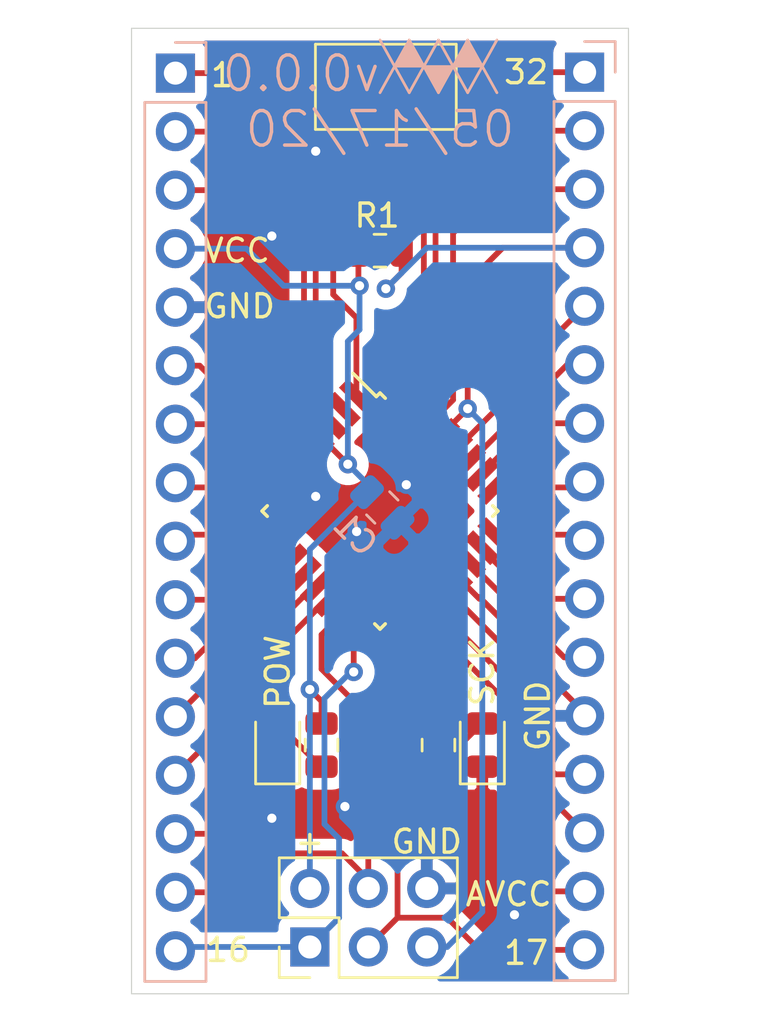
<source format=kicad_pcb>
(kicad_pcb (version 20171130) (host pcbnew "(5.1.2)-1")

  (general
    (thickness 1.6)
    (drawings 17)
    (tracks 191)
    (zones 0)
    (modules 12)
    (nets 34)
  )

  (page A4)
  (layers
    (0 F.Cu signal)
    (31 B.Cu signal)
    (32 B.Adhes user)
    (33 F.Adhes user)
    (34 B.Paste user)
    (35 F.Paste user)
    (36 B.SilkS user)
    (37 F.SilkS user)
    (38 B.Mask user)
    (39 F.Mask user)
    (40 Dwgs.User user)
    (41 Cmts.User user)
    (42 Eco1.User user)
    (43 Eco2.User user)
    (44 Edge.Cuts user)
    (45 Margin user)
    (46 B.CrtYd user)
    (47 F.CrtYd user)
    (48 B.Fab user)
    (49 F.Fab user)
  )

  (setup
    (last_trace_width 0.25)
    (trace_clearance 0.2)
    (zone_clearance 0.508)
    (zone_45_only no)
    (trace_min 0.2)
    (via_size 0.8)
    (via_drill 0.4)
    (via_min_size 0.4)
    (via_min_drill 0.3)
    (uvia_size 0.3)
    (uvia_drill 0.1)
    (uvias_allowed no)
    (uvia_min_size 0.2)
    (uvia_min_drill 0.1)
    (edge_width 0.05)
    (segment_width 0.2)
    (pcb_text_width 0.3)
    (pcb_text_size 1.5 1.5)
    (mod_edge_width 0.12)
    (mod_text_size 1 1)
    (mod_text_width 0.15)
    (pad_size 1.524 1.524)
    (pad_drill 0.762)
    (pad_to_mask_clearance 0.051)
    (solder_mask_min_width 0.25)
    (aux_axis_origin 0 0)
    (visible_elements 7FFFFFFF)
    (pcbplotparams
      (layerselection 0x010fc_ffffffff)
      (usegerberextensions false)
      (usegerberattributes false)
      (usegerberadvancedattributes false)
      (creategerberjobfile false)
      (excludeedgelayer true)
      (linewidth 0.100000)
      (plotframeref false)
      (viasonmask false)
      (mode 1)
      (useauxorigin false)
      (hpglpennumber 1)
      (hpglpenspeed 20)
      (hpglpendiameter 15.000000)
      (psnegative false)
      (psa4output false)
      (plotreference true)
      (plotvalue true)
      (plotinvisibletext false)
      (padsonsilk false)
      (subtractmaskfromsilk false)
      (outputformat 1)
      (mirror false)
      (drillshape 0)
      (scaleselection 1)
      (outputdirectory "gbr/"))
  )

  (net 0 "")
  (net 1 GND)
  (net 2 VCC)
  (net 3 "Net-(D1-Pad2)")
  (net 4 "Net-(D2-Pad2)")
  (net 5 PC6)
  (net 6 MOSI)
  (net 7 PB5)
  (net 8 MISO)
  (net 9 PB2)
  (net 10 PB1)
  (net 11 PB0)
  (net 12 PD7)
  (net 13 PD6)
  (net 14 PD5)
  (net 15 PB7)
  (net 16 PB6)
  (net 17 PA3)
  (net 18 PA2)
  (net 19 PD4)
  (net 20 PD3)
  (net 21 AVCC)
  (net 22 PA0)
  (net 23 PC7)
  (net 24 PA1)
  (net 25 PC0)
  (net 26 PC1)
  (net 27 PC2)
  (net 28 PC3)
  (net 29 PC4)
  (net 30 PC5)
  (net 31 PD0)
  (net 32 PD1)
  (net 33 PD2)

  (net_class Default "This is the default net class."
    (clearance 0.2)
    (trace_width 0.25)
    (via_dia 0.8)
    (via_drill 0.4)
    (uvia_dia 0.3)
    (uvia_drill 0.1)
    (add_net AVCC)
    (add_net GND)
    (add_net MISO)
    (add_net MOSI)
    (add_net "Net-(D1-Pad2)")
    (add_net "Net-(D2-Pad2)")
    (add_net PA0)
    (add_net PA1)
    (add_net PA2)
    (add_net PA3)
    (add_net PB0)
    (add_net PB1)
    (add_net PB2)
    (add_net PB5)
    (add_net PB6)
    (add_net PB7)
    (add_net PC0)
    (add_net PC1)
    (add_net PC2)
    (add_net PC3)
    (add_net PC4)
    (add_net PC5)
    (add_net PC6)
    (add_net PC7)
    (add_net PD0)
    (add_net PD1)
    (add_net PD2)
    (add_net PD3)
    (add_net PD4)
    (add_net PD5)
    (add_net PD6)
    (add_net PD7)
    (add_net VCC)
  )

  (module Symbol:Logo_WM (layer B.Cu) (tedit 5EA02B73) (tstamp 5EC12ACF)
    (at 110.49 83.566)
    (fp_text reference REF** (at 0 2.286) (layer B.SilkS) hide
      (effects (font (size 1 1) (thickness 0.15)) (justify mirror))
    )
    (fp_text value Logo_WM (at 0 -2.032) (layer B.Fab)
      (effects (font (size 1 1) (thickness 0.15)) (justify mirror))
    )
    (fp_poly (pts (xy 0.635 0) (xy 1.905 0) (xy 1.27 -1.143)) (layer B.SilkS) (width 0.1))
    (fp_poly (pts (xy -0.635 0) (xy 0.635 0) (xy 0 1.143)) (layer B.SilkS) (width 0.1))
    (fp_poly (pts (xy -1.905 0) (xy -0.635 0) (xy -1.27 -1.143)) (layer B.SilkS) (width 0.1))
    (fp_line (start 1.905 0) (end 2.54 -1.143) (layer B.SilkS) (width 0.12))
    (fp_line (start 2.54 1.143) (end 1.905 0) (layer B.SilkS) (width 0.12))
    (fp_line (start -2.54 -1.143) (end -1.905 0) (layer B.SilkS) (width 0.12))
    (fp_line (start -1.905 0) (end -2.54 1.143) (layer B.SilkS) (width 0.12))
    (fp_line (start -0.635 0) (end -1.27 1.143) (layer B.SilkS) (width 0.12))
    (fp_line (start -1.905 0) (end -1.27 -1.143) (layer B.SilkS) (width 0.12))
    (fp_line (start -1.27 1.143) (end -1.905 0) (layer B.SilkS) (width 0.12))
    (fp_line (start -1.27 -1.143) (end -0.635 0) (layer B.SilkS) (width 0.12))
    (fp_line (start 1.27 1.143) (end 0.635 0) (layer B.SilkS) (width 0.12))
    (fp_line (start 0.635 0) (end 1.27 -1.143) (layer B.SilkS) (width 0.12))
    (fp_line (start 1.27 -1.143) (end 1.905 0) (layer B.SilkS) (width 0.12))
    (fp_line (start 1.905 0) (end 1.27 1.143) (layer B.SilkS) (width 0.12))
    (fp_line (start 0.635 0) (end 0 1.143) (layer B.SilkS) (width 0.12))
    (fp_line (start 0 -1.143) (end 0.635 0) (layer B.SilkS) (width 0.12))
    (fp_line (start -0.635 0) (end 0 -1.143) (layer B.SilkS) (width 0.12))
    (fp_line (start 0 1.143) (end -0.635 0) (layer B.SilkS) (width 0.12))
  )

  (module Package_QFP:TQFP-32_7x7mm_P0.8mm (layer F.Cu) (tedit 5A02F146) (tstamp 5EC0DA6C)
    (at 107.95 102.87 315)
    (descr "32-Lead Plastic Thin Quad Flatpack (PT) - 7x7x1.0 mm Body, 2.00 mm [TQFP] (see Microchip Packaging Specification 00000049BS.pdf)")
    (tags "QFP 0.8")
    (path /5EC06A14)
    (attr smd)
    (fp_text reference U1 (at 0 -6.05 135) (layer F.SilkS) hide
      (effects (font (size 1 1) (thickness 0.15)))
    )
    (fp_text value ATtiny88-AU (at 0 6.05 135) (layer F.Fab)
      (effects (font (size 1 1) (thickness 0.15)))
    )
    (fp_line (start -3.625 -3.4) (end -5.05 -3.4) (layer F.SilkS) (width 0.15))
    (fp_line (start 3.625 -3.625) (end 3.3 -3.625) (layer F.SilkS) (width 0.15))
    (fp_line (start 3.625 3.625) (end 3.3 3.625) (layer F.SilkS) (width 0.15))
    (fp_line (start -3.625 3.625) (end -3.3 3.625) (layer F.SilkS) (width 0.15))
    (fp_line (start -3.625 -3.625) (end -3.3 -3.625) (layer F.SilkS) (width 0.15))
    (fp_line (start -3.625 3.625) (end -3.625 3.3) (layer F.SilkS) (width 0.15))
    (fp_line (start 3.625 3.625) (end 3.625 3.3) (layer F.SilkS) (width 0.15))
    (fp_line (start 3.625 -3.625) (end 3.625 -3.3) (layer F.SilkS) (width 0.15))
    (fp_line (start -3.625 -3.625) (end -3.625 -3.4) (layer F.SilkS) (width 0.15))
    (fp_line (start -5.3 5.3) (end 5.3 5.3) (layer F.CrtYd) (width 0.05))
    (fp_line (start -5.3 -5.3) (end 5.3 -5.3) (layer F.CrtYd) (width 0.05))
    (fp_line (start 5.3 -5.3) (end 5.3 5.3) (layer F.CrtYd) (width 0.05))
    (fp_line (start -5.3 -5.3) (end -5.3 5.3) (layer F.CrtYd) (width 0.05))
    (fp_line (start -3.5 -2.5) (end -2.5 -3.5) (layer F.Fab) (width 0.15))
    (fp_line (start -3.5 3.5) (end -3.5 -2.5) (layer F.Fab) (width 0.15))
    (fp_line (start 3.5 3.5) (end -3.5 3.5) (layer F.Fab) (width 0.15))
    (fp_line (start 3.5 -3.5) (end 3.5 3.5) (layer F.Fab) (width 0.15))
    (fp_line (start -2.5 -3.5) (end 3.5 -3.5) (layer F.Fab) (width 0.15))
    (fp_text user %R (at 0 0 135) (layer F.Fab)
      (effects (font (size 1 1) (thickness 0.15)))
    )
    (pad 32 smd rect (at -2.8 -4.25 45) (size 1.6 0.55) (layers F.Cu F.Paste F.Mask)
      (net 33 PD2))
    (pad 31 smd rect (at -2 -4.25 45) (size 1.6 0.55) (layers F.Cu F.Paste F.Mask)
      (net 32 PD1))
    (pad 30 smd rect (at -1.2 -4.25 45) (size 1.6 0.55) (layers F.Cu F.Paste F.Mask)
      (net 31 PD0))
    (pad 29 smd rect (at -0.4 -4.25 45) (size 1.6 0.55) (layers F.Cu F.Paste F.Mask)
      (net 5 PC6))
    (pad 28 smd rect (at 0.4 -4.25 45) (size 1.6 0.55) (layers F.Cu F.Paste F.Mask)
      (net 30 PC5))
    (pad 27 smd rect (at 1.2 -4.25 45) (size 1.6 0.55) (layers F.Cu F.Paste F.Mask)
      (net 29 PC4))
    (pad 26 smd rect (at 2 -4.25 45) (size 1.6 0.55) (layers F.Cu F.Paste F.Mask)
      (net 28 PC3))
    (pad 25 smd rect (at 2.8 -4.25 45) (size 1.6 0.55) (layers F.Cu F.Paste F.Mask)
      (net 27 PC2))
    (pad 24 smd rect (at 4.25 -2.8 315) (size 1.6 0.55) (layers F.Cu F.Paste F.Mask)
      (net 26 PC1))
    (pad 23 smd rect (at 4.25 -2 315) (size 1.6 0.55) (layers F.Cu F.Paste F.Mask)
      (net 25 PC0))
    (pad 22 smd rect (at 4.25 -1.2 315) (size 1.6 0.55) (layers F.Cu F.Paste F.Mask)
      (net 24 PA1))
    (pad 21 smd rect (at 4.25 -0.4 315) (size 1.6 0.55) (layers F.Cu F.Paste F.Mask)
      (net 1 GND))
    (pad 20 smd rect (at 4.25 0.4 315) (size 1.6 0.55) (layers F.Cu F.Paste F.Mask)
      (net 23 PC7))
    (pad 19 smd rect (at 4.25 1.2 315) (size 1.6 0.55) (layers F.Cu F.Paste F.Mask)
      (net 22 PA0))
    (pad 18 smd rect (at 4.25 2 315) (size 1.6 0.55) (layers F.Cu F.Paste F.Mask)
      (net 21 AVCC))
    (pad 17 smd rect (at 4.25 2.8 315) (size 1.6 0.55) (layers F.Cu F.Paste F.Mask)
      (net 7 PB5))
    (pad 16 smd rect (at 2.8 4.25 45) (size 1.6 0.55) (layers F.Cu F.Paste F.Mask)
      (net 8 MISO))
    (pad 15 smd rect (at 2 4.25 45) (size 1.6 0.55) (layers F.Cu F.Paste F.Mask)
      (net 6 MOSI))
    (pad 14 smd rect (at 1.2 4.25 45) (size 1.6 0.55) (layers F.Cu F.Paste F.Mask)
      (net 9 PB2))
    (pad 13 smd rect (at 0.4 4.25 45) (size 1.6 0.55) (layers F.Cu F.Paste F.Mask)
      (net 10 PB1))
    (pad 12 smd rect (at -0.4 4.25 45) (size 1.6 0.55) (layers F.Cu F.Paste F.Mask)
      (net 11 PB0))
    (pad 11 smd rect (at -1.2 4.25 45) (size 1.6 0.55) (layers F.Cu F.Paste F.Mask)
      (net 12 PD7))
    (pad 10 smd rect (at -2 4.25 45) (size 1.6 0.55) (layers F.Cu F.Paste F.Mask)
      (net 13 PD6))
    (pad 9 smd rect (at -2.8 4.25 45) (size 1.6 0.55) (layers F.Cu F.Paste F.Mask)
      (net 14 PD5))
    (pad 8 smd rect (at -4.25 2.8 315) (size 1.6 0.55) (layers F.Cu F.Paste F.Mask)
      (net 15 PB7))
    (pad 7 smd rect (at -4.25 2 315) (size 1.6 0.55) (layers F.Cu F.Paste F.Mask)
      (net 16 PB6))
    (pad 6 smd rect (at -4.25 1.2 315) (size 1.6 0.55) (layers F.Cu F.Paste F.Mask)
      (net 17 PA3))
    (pad 5 smd rect (at -4.25 0.4 315) (size 1.6 0.55) (layers F.Cu F.Paste F.Mask)
      (net 1 GND))
    (pad 4 smd rect (at -4.25 -0.4 315) (size 1.6 0.55) (layers F.Cu F.Paste F.Mask)
      (net 2 VCC))
    (pad 3 smd rect (at -4.25 -1.2 315) (size 1.6 0.55) (layers F.Cu F.Paste F.Mask)
      (net 18 PA2))
    (pad 2 smd rect (at -4.25 -2 315) (size 1.6 0.55) (layers F.Cu F.Paste F.Mask)
      (net 19 PD4))
    (pad 1 smd rect (at -4.25 -2.8 315) (size 1.6 0.55) (layers F.Cu F.Paste F.Mask)
      (net 20 PD3))
    (model ${KISYS3DMOD}/Package_QFP.3dshapes/TQFP-32_7x7mm_P0.8mm.wrl
      (at (xyz 0 0 0))
      (scale (xyz 1 1 1))
      (rotate (xyz 0 0 0))
    )
  )

  (module Button_Switch_SMD:SW_SPST_GENERIC_6x3.7mm_2_PAD (layer F.Cu) (tedit 5EC07662) (tstamp 5EC0DA35)
    (at 108.204 84.455)
    (tags "SPST button tactile switch")
    (path /5EC7111A)
    (attr smd)
    (fp_text reference RESET (at 0 -2.6) (layer F.SilkS) hide
      (effects (font (size 1 1) (thickness 0.15)))
    )
    (fp_text value SW_SPST (at 0 3) (layer F.Fab)
      (effects (font (size 1 1) (thickness 0.15)))
    )
    (fp_line (start 3 -1.8) (end 3 1.8) (layer F.Fab) (width 0.1))
    (fp_line (start -3 -1.8) (end -3 1.8) (layer F.Fab) (width 0.1))
    (fp_line (start -3 -1.8) (end 3 -1.8) (layer F.Fab) (width 0.1))
    (fp_line (start -3 1.8) (end 3 1.8) (layer F.Fab) (width 0.1))
    (fp_line (start -1.5 -0.8) (end -1.5 0.8) (layer F.Fab) (width 0.1))
    (fp_line (start 1.5 -0.8) (end 1.5 0.8) (layer F.Fab) (width 0.1))
    (fp_line (start -1.5 -0.8) (end 1.5 -0.8) (layer F.Fab) (width 0.1))
    (fp_line (start -1.5 0.8) (end 1.5 0.8) (layer F.Fab) (width 0.1))
    (fp_line (start -3.06 1.85) (end -3.06 -1.85) (layer F.SilkS) (width 0.12))
    (fp_line (start 3.06 1.85) (end -3.06 1.85) (layer F.SilkS) (width 0.12))
    (fp_line (start 3.06 -1.85) (end 3.06 1.85) (layer F.SilkS) (width 0.12))
    (fp_line (start -3.06 -1.85) (end 3.06 -1.85) (layer F.SilkS) (width 0.12))
    (fp_line (start -1.75 1) (end -1.75 -1) (layer F.Fab) (width 0.1))
    (fp_line (start 1.75 1) (end -1.75 1) (layer F.Fab) (width 0.1))
    (fp_line (start 1.75 -1) (end 1.75 1) (layer F.Fab) (width 0.1))
    (fp_line (start -1.75 -1) (end 1.75 -1) (layer F.Fab) (width 0.1))
    (fp_text user %R (at 0 -2.6) (layer F.Fab)
      (effects (font (size 1 1) (thickness 0.15)))
    )
    (fp_line (start -4.9 -2.05) (end 4.9 -2.05) (layer F.CrtYd) (width 0.05))
    (fp_line (start 4.9 -2.05) (end 4.9 2.05) (layer F.CrtYd) (width 0.05))
    (fp_line (start 4.9 2.05) (end -4.9 2.05) (layer F.CrtYd) (width 0.05))
    (fp_line (start -4.9 2.05) (end -4.9 -2.05) (layer F.CrtYd) (width 0.05))
    (pad 2 smd rect (at 3.65 0) (size 0.8 0.5) (layers F.Cu F.Paste F.Mask)
      (net 5 PC6))
    (pad 1 smd rect (at -3.65 0) (size 0.8 0.5) (layers F.Cu F.Paste F.Mask)
      (net 1 GND))
    (model ${KISYS3DMOD}/Button_Switch_SMD.3dshapes/SW_SPST_CK_RS282G05A3.wrl
      (at (xyz 0 0 0))
      (scale (xyz 1 1 1))
      (rotate (xyz 0 0 0))
    )
  )

  (module Resistor_SMD:R_0805_2012Metric (layer F.Cu) (tedit 5B36C52B) (tstamp 5EC0DA1A)
    (at 110.49 113.03 90)
    (descr "Resistor SMD 0805 (2012 Metric), square (rectangular) end terminal, IPC_7351 nominal, (Body size source: https://docs.google.com/spreadsheets/d/1BsfQQcO9C6DZCsRaXUlFlo91Tg2WpOkGARC1WS5S8t0/edit?usp=sharing), generated with kicad-footprint-generator")
    (tags resistor)
    (path /5EC99092)
    (attr smd)
    (fp_text reference R3 (at 0 -1.65 90) (layer F.SilkS) hide
      (effects (font (size 1 1) (thickness 0.15)))
    )
    (fp_text value 1kR (at 0 1.65 90) (layer F.Fab)
      (effects (font (size 1 1) (thickness 0.15)))
    )
    (fp_text user %R (at 0 0 90) (layer F.Fab)
      (effects (font (size 0.5 0.5) (thickness 0.08)))
    )
    (fp_line (start 1.68 0.95) (end -1.68 0.95) (layer F.CrtYd) (width 0.05))
    (fp_line (start 1.68 -0.95) (end 1.68 0.95) (layer F.CrtYd) (width 0.05))
    (fp_line (start -1.68 -0.95) (end 1.68 -0.95) (layer F.CrtYd) (width 0.05))
    (fp_line (start -1.68 0.95) (end -1.68 -0.95) (layer F.CrtYd) (width 0.05))
    (fp_line (start -0.258578 0.71) (end 0.258578 0.71) (layer F.SilkS) (width 0.12))
    (fp_line (start -0.258578 -0.71) (end 0.258578 -0.71) (layer F.SilkS) (width 0.12))
    (fp_line (start 1 0.6) (end -1 0.6) (layer F.Fab) (width 0.1))
    (fp_line (start 1 -0.6) (end 1 0.6) (layer F.Fab) (width 0.1))
    (fp_line (start -1 -0.6) (end 1 -0.6) (layer F.Fab) (width 0.1))
    (fp_line (start -1 0.6) (end -1 -0.6) (layer F.Fab) (width 0.1))
    (pad 2 smd roundrect (at 0.9375 0 90) (size 0.975 1.4) (layers F.Cu F.Paste F.Mask) (roundrect_rratio 0.25)
      (net 7 PB5))
    (pad 1 smd roundrect (at -0.9375 0 90) (size 0.975 1.4) (layers F.Cu F.Paste F.Mask) (roundrect_rratio 0.25)
      (net 4 "Net-(D2-Pad2)"))
    (model ${KISYS3DMOD}/Resistor_SMD.3dshapes/R_0805_2012Metric.wrl
      (at (xyz 0 0 0))
      (scale (xyz 1 1 1))
      (rotate (xyz 0 0 0))
    )
  )

  (module Resistor_SMD:R_0805_2012Metric (layer F.Cu) (tedit 5B36C52B) (tstamp 5EC0DA09)
    (at 105.41 113.03 90)
    (descr "Resistor SMD 0805 (2012 Metric), square (rectangular) end terminal, IPC_7351 nominal, (Body size source: https://docs.google.com/spreadsheets/d/1BsfQQcO9C6DZCsRaXUlFlo91Tg2WpOkGARC1WS5S8t0/edit?usp=sharing), generated with kicad-footprint-generator")
    (tags resistor)
    (path /5EC7280F)
    (attr smd)
    (fp_text reference R2 (at 0 -1.65 90) (layer F.SilkS) hide
      (effects (font (size 1 1) (thickness 0.15)))
    )
    (fp_text value 1kR (at 0 1.65 90) (layer F.Fab)
      (effects (font (size 1 1) (thickness 0.15)))
    )
    (fp_text user %R (at 0 0 90) (layer F.Fab)
      (effects (font (size 0.5 0.5) (thickness 0.08)))
    )
    (fp_line (start 1.68 0.95) (end -1.68 0.95) (layer F.CrtYd) (width 0.05))
    (fp_line (start 1.68 -0.95) (end 1.68 0.95) (layer F.CrtYd) (width 0.05))
    (fp_line (start -1.68 -0.95) (end 1.68 -0.95) (layer F.CrtYd) (width 0.05))
    (fp_line (start -1.68 0.95) (end -1.68 -0.95) (layer F.CrtYd) (width 0.05))
    (fp_line (start -0.258578 0.71) (end 0.258578 0.71) (layer F.SilkS) (width 0.12))
    (fp_line (start -0.258578 -0.71) (end 0.258578 -0.71) (layer F.SilkS) (width 0.12))
    (fp_line (start 1 0.6) (end -1 0.6) (layer F.Fab) (width 0.1))
    (fp_line (start 1 -0.6) (end 1 0.6) (layer F.Fab) (width 0.1))
    (fp_line (start -1 -0.6) (end 1 -0.6) (layer F.Fab) (width 0.1))
    (fp_line (start -1 0.6) (end -1 -0.6) (layer F.Fab) (width 0.1))
    (pad 2 smd roundrect (at 0.9375 0 90) (size 0.975 1.4) (layers F.Cu F.Paste F.Mask) (roundrect_rratio 0.25)
      (net 2 VCC))
    (pad 1 smd roundrect (at -0.9375 0 90) (size 0.975 1.4) (layers F.Cu F.Paste F.Mask) (roundrect_rratio 0.25)
      (net 3 "Net-(D1-Pad2)"))
    (model ${KISYS3DMOD}/Resistor_SMD.3dshapes/R_0805_2012Metric.wrl
      (at (xyz 0 0 0))
      (scale (xyz 1 1 1))
      (rotate (xyz 0 0 0))
    )
  )

  (module Resistor_SMD:R_0805_2012Metric (layer F.Cu) (tedit 5B36C52B) (tstamp 5EC0D9F8)
    (at 107.95 91.567 180)
    (descr "Resistor SMD 0805 (2012 Metric), square (rectangular) end terminal, IPC_7351 nominal, (Body size source: https://docs.google.com/spreadsheets/d/1BsfQQcO9C6DZCsRaXUlFlo91Tg2WpOkGARC1WS5S8t0/edit?usp=sharing), generated with kicad-footprint-generator")
    (tags resistor)
    (path /5ECB8F4A)
    (attr smd)
    (fp_text reference R1 (at 0.127 1.524) (layer F.SilkS)
      (effects (font (size 1 1) (thickness 0.15)))
    )
    (fp_text value 10kR (at 0 1.65) (layer F.Fab)
      (effects (font (size 1 1) (thickness 0.15)))
    )
    (fp_text user %R (at 0 0) (layer F.Fab)
      (effects (font (size 0.5 0.5) (thickness 0.08)))
    )
    (fp_line (start 1.68 0.95) (end -1.68 0.95) (layer F.CrtYd) (width 0.05))
    (fp_line (start 1.68 -0.95) (end 1.68 0.95) (layer F.CrtYd) (width 0.05))
    (fp_line (start -1.68 -0.95) (end 1.68 -0.95) (layer F.CrtYd) (width 0.05))
    (fp_line (start -1.68 0.95) (end -1.68 -0.95) (layer F.CrtYd) (width 0.05))
    (fp_line (start -0.258578 0.71) (end 0.258578 0.71) (layer F.SilkS) (width 0.12))
    (fp_line (start -0.258578 -0.71) (end 0.258578 -0.71) (layer F.SilkS) (width 0.12))
    (fp_line (start 1 0.6) (end -1 0.6) (layer F.Fab) (width 0.1))
    (fp_line (start 1 -0.6) (end 1 0.6) (layer F.Fab) (width 0.1))
    (fp_line (start -1 -0.6) (end 1 -0.6) (layer F.Fab) (width 0.1))
    (fp_line (start -1 0.6) (end -1 -0.6) (layer F.Fab) (width 0.1))
    (pad 2 smd roundrect (at 0.9375 0 180) (size 0.975 1.4) (layers F.Cu F.Paste F.Mask) (roundrect_rratio 0.25)
      (net 2 VCC))
    (pad 1 smd roundrect (at -0.9375 0 180) (size 0.975 1.4) (layers F.Cu F.Paste F.Mask) (roundrect_rratio 0.25)
      (net 5 PC6))
    (model ${KISYS3DMOD}/Resistor_SMD.3dshapes/R_0805_2012Metric.wrl
      (at (xyz 0 0 0))
      (scale (xyz 1 1 1))
      (rotate (xyz 0 0 0))
    )
  )

  (module Connector_PinHeader_2.54mm:PinHeader_1x16_P2.54mm_Vertical (layer B.Cu) (tedit 59FED5CC) (tstamp 5EC0D9E7)
    (at 116.84 83.82 180)
    (descr "Through hole straight pin header, 1x16, 2.54mm pitch, single row")
    (tags "Through hole pin header THT 1x16 2.54mm single row")
    (path /5EC0AA89)
    (fp_text reference J3 (at 0 2.33) (layer B.SilkS) hide
      (effects (font (size 1 1) (thickness 0.15)) (justify mirror))
    )
    (fp_text value Conn_01x16 (at 0 -40.43) (layer B.Fab)
      (effects (font (size 1 1) (thickness 0.15)) (justify mirror))
    )
    (fp_text user %R (at 0 -19.05 270) (layer B.Fab)
      (effects (font (size 1 1) (thickness 0.15)) (justify mirror))
    )
    (fp_line (start 1.8 1.8) (end -1.8 1.8) (layer B.CrtYd) (width 0.05))
    (fp_line (start 1.8 -39.9) (end 1.8 1.8) (layer B.CrtYd) (width 0.05))
    (fp_line (start -1.8 -39.9) (end 1.8 -39.9) (layer B.CrtYd) (width 0.05))
    (fp_line (start -1.8 1.8) (end -1.8 -39.9) (layer B.CrtYd) (width 0.05))
    (fp_line (start -1.33 1.33) (end 0 1.33) (layer B.SilkS) (width 0.12))
    (fp_line (start -1.33 0) (end -1.33 1.33) (layer B.SilkS) (width 0.12))
    (fp_line (start -1.33 -1.27) (end 1.33 -1.27) (layer B.SilkS) (width 0.12))
    (fp_line (start 1.33 -1.27) (end 1.33 -39.43) (layer B.SilkS) (width 0.12))
    (fp_line (start -1.33 -1.27) (end -1.33 -39.43) (layer B.SilkS) (width 0.12))
    (fp_line (start -1.33 -39.43) (end 1.33 -39.43) (layer B.SilkS) (width 0.12))
    (fp_line (start -1.27 0.635) (end -0.635 1.27) (layer B.Fab) (width 0.1))
    (fp_line (start -1.27 -39.37) (end -1.27 0.635) (layer B.Fab) (width 0.1))
    (fp_line (start 1.27 -39.37) (end -1.27 -39.37) (layer B.Fab) (width 0.1))
    (fp_line (start 1.27 1.27) (end 1.27 -39.37) (layer B.Fab) (width 0.1))
    (fp_line (start -0.635 1.27) (end 1.27 1.27) (layer B.Fab) (width 0.1))
    (pad 16 thru_hole oval (at 0 -38.1 180) (size 1.7 1.7) (drill 1) (layers *.Cu *.Mask)
      (net 7 PB5))
    (pad 15 thru_hole oval (at 0 -35.56 180) (size 1.7 1.7) (drill 1) (layers *.Cu *.Mask)
      (net 21 AVCC))
    (pad 14 thru_hole oval (at 0 -33.02 180) (size 1.7 1.7) (drill 1) (layers *.Cu *.Mask)
      (net 22 PA0))
    (pad 13 thru_hole oval (at 0 -30.48 180) (size 1.7 1.7) (drill 1) (layers *.Cu *.Mask)
      (net 23 PC7))
    (pad 12 thru_hole oval (at 0 -27.94 180) (size 1.7 1.7) (drill 1) (layers *.Cu *.Mask)
      (net 1 GND))
    (pad 11 thru_hole oval (at 0 -25.4 180) (size 1.7 1.7) (drill 1) (layers *.Cu *.Mask)
      (net 24 PA1))
    (pad 10 thru_hole oval (at 0 -22.86 180) (size 1.7 1.7) (drill 1) (layers *.Cu *.Mask)
      (net 25 PC0))
    (pad 9 thru_hole oval (at 0 -20.32 180) (size 1.7 1.7) (drill 1) (layers *.Cu *.Mask)
      (net 26 PC1))
    (pad 8 thru_hole oval (at 0 -17.78 180) (size 1.7 1.7) (drill 1) (layers *.Cu *.Mask)
      (net 27 PC2))
    (pad 7 thru_hole oval (at 0 -15.24 180) (size 1.7 1.7) (drill 1) (layers *.Cu *.Mask)
      (net 28 PC3))
    (pad 6 thru_hole oval (at 0 -12.7 180) (size 1.7 1.7) (drill 1) (layers *.Cu *.Mask)
      (net 29 PC4))
    (pad 5 thru_hole oval (at 0 -10.16 180) (size 1.7 1.7) (drill 1) (layers *.Cu *.Mask)
      (net 30 PC5))
    (pad 4 thru_hole oval (at 0 -7.62 180) (size 1.7 1.7) (drill 1) (layers *.Cu *.Mask)
      (net 5 PC6))
    (pad 3 thru_hole oval (at 0 -5.08 180) (size 1.7 1.7) (drill 1) (layers *.Cu *.Mask)
      (net 31 PD0))
    (pad 2 thru_hole oval (at 0 -2.54 180) (size 1.7 1.7) (drill 1) (layers *.Cu *.Mask)
      (net 32 PD1))
    (pad 1 thru_hole rect (at 0 0 180) (size 1.7 1.7) (drill 1) (layers *.Cu *.Mask)
      (net 33 PD2))
    (model ${KISYS3DMOD}/Connector_PinHeader_2.54mm.3dshapes/PinHeader_1x16_P2.54mm_Vertical.wrl
      (at (xyz 0 0 0))
      (scale (xyz 1 1 1))
      (rotate (xyz 0 0 0))
    )
  )

  (module Connector_PinHeader_2.54mm:PinHeader_1x16_P2.54mm_Vertical (layer B.Cu) (tedit 59FED5CC) (tstamp 5EC0D9C3)
    (at 99.06 83.86 180)
    (descr "Through hole straight pin header, 1x16, 2.54mm pitch, single row")
    (tags "Through hole pin header THT 1x16 2.54mm single row")
    (path /5EC09069)
    (fp_text reference J2 (at 0 2.33) (layer B.SilkS) hide
      (effects (font (size 1 1) (thickness 0.15)) (justify mirror))
    )
    (fp_text value Conn_01x16 (at 0 -40.43) (layer B.Fab)
      (effects (font (size 1 1) (thickness 0.15)) (justify mirror))
    )
    (fp_text user %R (at 0 -19.05 270) (layer B.Fab)
      (effects (font (size 1 1) (thickness 0.15)) (justify mirror))
    )
    (fp_line (start 1.8 1.8) (end -1.8 1.8) (layer B.CrtYd) (width 0.05))
    (fp_line (start 1.8 -39.9) (end 1.8 1.8) (layer B.CrtYd) (width 0.05))
    (fp_line (start -1.8 -39.9) (end 1.8 -39.9) (layer B.CrtYd) (width 0.05))
    (fp_line (start -1.8 1.8) (end -1.8 -39.9) (layer B.CrtYd) (width 0.05))
    (fp_line (start -1.33 1.33) (end 0 1.33) (layer B.SilkS) (width 0.12))
    (fp_line (start -1.33 0) (end -1.33 1.33) (layer B.SilkS) (width 0.12))
    (fp_line (start -1.33 -1.27) (end 1.33 -1.27) (layer B.SilkS) (width 0.12))
    (fp_line (start 1.33 -1.27) (end 1.33 -39.43) (layer B.SilkS) (width 0.12))
    (fp_line (start -1.33 -1.27) (end -1.33 -39.43) (layer B.SilkS) (width 0.12))
    (fp_line (start -1.33 -39.43) (end 1.33 -39.43) (layer B.SilkS) (width 0.12))
    (fp_line (start -1.27 0.635) (end -0.635 1.27) (layer B.Fab) (width 0.1))
    (fp_line (start -1.27 -39.37) (end -1.27 0.635) (layer B.Fab) (width 0.1))
    (fp_line (start 1.27 -39.37) (end -1.27 -39.37) (layer B.Fab) (width 0.1))
    (fp_line (start 1.27 1.27) (end 1.27 -39.37) (layer B.Fab) (width 0.1))
    (fp_line (start -0.635 1.27) (end 1.27 1.27) (layer B.Fab) (width 0.1))
    (pad 16 thru_hole oval (at 0 -38.1 180) (size 1.7 1.7) (drill 1) (layers *.Cu *.Mask)
      (net 8 MISO))
    (pad 15 thru_hole oval (at 0 -35.56 180) (size 1.7 1.7) (drill 1) (layers *.Cu *.Mask)
      (net 6 MOSI))
    (pad 14 thru_hole oval (at 0 -33.02 180) (size 1.7 1.7) (drill 1) (layers *.Cu *.Mask)
      (net 9 PB2))
    (pad 13 thru_hole oval (at 0 -30.48 180) (size 1.7 1.7) (drill 1) (layers *.Cu *.Mask)
      (net 10 PB1))
    (pad 12 thru_hole oval (at 0 -27.94 180) (size 1.7 1.7) (drill 1) (layers *.Cu *.Mask)
      (net 11 PB0))
    (pad 11 thru_hole oval (at 0 -25.4 180) (size 1.7 1.7) (drill 1) (layers *.Cu *.Mask)
      (net 12 PD7))
    (pad 10 thru_hole oval (at 0 -22.86 180) (size 1.7 1.7) (drill 1) (layers *.Cu *.Mask)
      (net 13 PD6))
    (pad 9 thru_hole oval (at 0 -20.32 180) (size 1.7 1.7) (drill 1) (layers *.Cu *.Mask)
      (net 14 PD5))
    (pad 8 thru_hole oval (at 0 -17.78 180) (size 1.7 1.7) (drill 1) (layers *.Cu *.Mask)
      (net 15 PB7))
    (pad 7 thru_hole oval (at 0 -15.24 180) (size 1.7 1.7) (drill 1) (layers *.Cu *.Mask)
      (net 16 PB6))
    (pad 6 thru_hole oval (at 0 -12.7 180) (size 1.7 1.7) (drill 1) (layers *.Cu *.Mask)
      (net 17 PA3))
    (pad 5 thru_hole oval (at 0 -10.16 180) (size 1.7 1.7) (drill 1) (layers *.Cu *.Mask)
      (net 1 GND))
    (pad 4 thru_hole oval (at 0 -7.62 180) (size 1.7 1.7) (drill 1) (layers *.Cu *.Mask)
      (net 2 VCC))
    (pad 3 thru_hole oval (at 0 -5.08 180) (size 1.7 1.7) (drill 1) (layers *.Cu *.Mask)
      (net 18 PA2))
    (pad 2 thru_hole oval (at 0 -2.54 180) (size 1.7 1.7) (drill 1) (layers *.Cu *.Mask)
      (net 19 PD4))
    (pad 1 thru_hole rect (at 0 0 180) (size 1.7 1.7) (drill 1) (layers *.Cu *.Mask)
      (net 20 PD3))
    (model ${KISYS3DMOD}/Connector_PinHeader_2.54mm.3dshapes/PinHeader_1x16_P2.54mm_Vertical.wrl
      (at (xyz 0 0 0))
      (scale (xyz 1 1 1))
      (rotate (xyz 0 0 0))
    )
  )

  (module Connector_PinHeader_2.54mm:PinHeader_2x03_P2.54mm_Vertical (layer F.Cu) (tedit 59FED5CC) (tstamp 5EC0D99F)
    (at 104.902 121.793 90)
    (descr "Through hole straight pin header, 2x03, 2.54mm pitch, double rows")
    (tags "Through hole pin header THT 2x03 2.54mm double row")
    (path /5EC7061E)
    (fp_text reference J1 (at 1.27 -2.33 90) (layer F.SilkS) hide
      (effects (font (size 1 1) (thickness 0.15)))
    )
    (fp_text value AVR-ISP-6 (at 1.27 7.41 90) (layer F.Fab)
      (effects (font (size 1 1) (thickness 0.15)))
    )
    (fp_text user %R (at 1.27 2.54) (layer F.Fab)
      (effects (font (size 1 1) (thickness 0.15)))
    )
    (fp_line (start 4.35 -1.8) (end -1.8 -1.8) (layer F.CrtYd) (width 0.05))
    (fp_line (start 4.35 6.85) (end 4.35 -1.8) (layer F.CrtYd) (width 0.05))
    (fp_line (start -1.8 6.85) (end 4.35 6.85) (layer F.CrtYd) (width 0.05))
    (fp_line (start -1.8 -1.8) (end -1.8 6.85) (layer F.CrtYd) (width 0.05))
    (fp_line (start -1.33 -1.33) (end 0 -1.33) (layer F.SilkS) (width 0.12))
    (fp_line (start -1.33 0) (end -1.33 -1.33) (layer F.SilkS) (width 0.12))
    (fp_line (start 1.27 -1.33) (end 3.87 -1.33) (layer F.SilkS) (width 0.12))
    (fp_line (start 1.27 1.27) (end 1.27 -1.33) (layer F.SilkS) (width 0.12))
    (fp_line (start -1.33 1.27) (end 1.27 1.27) (layer F.SilkS) (width 0.12))
    (fp_line (start 3.87 -1.33) (end 3.87 6.41) (layer F.SilkS) (width 0.12))
    (fp_line (start -1.33 1.27) (end -1.33 6.41) (layer F.SilkS) (width 0.12))
    (fp_line (start -1.33 6.41) (end 3.87 6.41) (layer F.SilkS) (width 0.12))
    (fp_line (start -1.27 0) (end 0 -1.27) (layer F.Fab) (width 0.1))
    (fp_line (start -1.27 6.35) (end -1.27 0) (layer F.Fab) (width 0.1))
    (fp_line (start 3.81 6.35) (end -1.27 6.35) (layer F.Fab) (width 0.1))
    (fp_line (start 3.81 -1.27) (end 3.81 6.35) (layer F.Fab) (width 0.1))
    (fp_line (start 0 -1.27) (end 3.81 -1.27) (layer F.Fab) (width 0.1))
    (pad 6 thru_hole oval (at 2.54 5.08 90) (size 1.7 1.7) (drill 1) (layers *.Cu *.Mask)
      (net 1 GND))
    (pad 5 thru_hole oval (at 0 5.08 90) (size 1.7 1.7) (drill 1) (layers *.Cu *.Mask)
      (net 5 PC6))
    (pad 4 thru_hole oval (at 2.54 2.54 90) (size 1.7 1.7) (drill 1) (layers *.Cu *.Mask)
      (net 6 MOSI))
    (pad 3 thru_hole oval (at 0 2.54 90) (size 1.7 1.7) (drill 1) (layers *.Cu *.Mask)
      (net 7 PB5))
    (pad 2 thru_hole oval (at 2.54 0 90) (size 1.7 1.7) (drill 1) (layers *.Cu *.Mask)
      (net 2 VCC))
    (pad 1 thru_hole rect (at 0 0 90) (size 1.7 1.7) (drill 1) (layers *.Cu *.Mask)
      (net 8 MISO))
    (model ${KISYS3DMOD}/Connector_PinHeader_2.54mm.3dshapes/PinHeader_2x03_P2.54mm_Vertical.wrl
      (at (xyz 0 0 0))
      (scale (xyz 1 1 1))
      (rotate (xyz 0 0 0))
    )
  )

  (module LED_SMD:LED_0805_2012Metric (layer F.Cu) (tedit 5B36C52C) (tstamp 5EC0D983)
    (at 112.395 113.03 90)
    (descr "LED SMD 0805 (2012 Metric), square (rectangular) end terminal, IPC_7351 nominal, (Body size source: https://docs.google.com/spreadsheets/d/1BsfQQcO9C6DZCsRaXUlFlo91Tg2WpOkGARC1WS5S8t0/edit?usp=sharing), generated with kicad-footprint-generator")
    (tags diode)
    (path /5EC9908C)
    (attr smd)
    (fp_text reference D2 (at 0 -1.65 90) (layer F.SilkS) hide
      (effects (font (size 1 1) (thickness 0.15)))
    )
    (fp_text value LED (at 0 1.65 90) (layer F.Fab)
      (effects (font (size 1 1) (thickness 0.15)))
    )
    (fp_text user %R (at 0 0 90) (layer F.Fab)
      (effects (font (size 0.5 0.5) (thickness 0.08)))
    )
    (fp_line (start 1.68 0.95) (end -1.68 0.95) (layer F.CrtYd) (width 0.05))
    (fp_line (start 1.68 -0.95) (end 1.68 0.95) (layer F.CrtYd) (width 0.05))
    (fp_line (start -1.68 -0.95) (end 1.68 -0.95) (layer F.CrtYd) (width 0.05))
    (fp_line (start -1.68 0.95) (end -1.68 -0.95) (layer F.CrtYd) (width 0.05))
    (fp_line (start -1.685 0.96) (end 1 0.96) (layer F.SilkS) (width 0.12))
    (fp_line (start -1.685 -0.96) (end -1.685 0.96) (layer F.SilkS) (width 0.12))
    (fp_line (start 1 -0.96) (end -1.685 -0.96) (layer F.SilkS) (width 0.12))
    (fp_line (start 1 0.6) (end 1 -0.6) (layer F.Fab) (width 0.1))
    (fp_line (start -1 0.6) (end 1 0.6) (layer F.Fab) (width 0.1))
    (fp_line (start -1 -0.3) (end -1 0.6) (layer F.Fab) (width 0.1))
    (fp_line (start -0.7 -0.6) (end -1 -0.3) (layer F.Fab) (width 0.1))
    (fp_line (start 1 -0.6) (end -0.7 -0.6) (layer F.Fab) (width 0.1))
    (pad 2 smd roundrect (at 0.9375 0 90) (size 0.975 1.4) (layers F.Cu F.Paste F.Mask) (roundrect_rratio 0.25)
      (net 4 "Net-(D2-Pad2)"))
    (pad 1 smd roundrect (at -0.9375 0 90) (size 0.975 1.4) (layers F.Cu F.Paste F.Mask) (roundrect_rratio 0.25)
      (net 1 GND))
    (model ${KISYS3DMOD}/LED_SMD.3dshapes/LED_0805_2012Metric.wrl
      (at (xyz 0 0 0))
      (scale (xyz 1 1 1))
      (rotate (xyz 0 0 0))
    )
  )

  (module LED_SMD:LED_0805_2012Metric (layer F.Cu) (tedit 5B36C52C) (tstamp 5EC0D970)
    (at 103.505 113.03 90)
    (descr "LED SMD 0805 (2012 Metric), square (rectangular) end terminal, IPC_7351 nominal, (Body size source: https://docs.google.com/spreadsheets/d/1BsfQQcO9C6DZCsRaXUlFlo91Tg2WpOkGARC1WS5S8t0/edit?usp=sharing), generated with kicad-footprint-generator")
    (tags diode)
    (path /5EC71C36)
    (attr smd)
    (fp_text reference D1 (at 0 -1.65 90) (layer F.SilkS) hide
      (effects (font (size 1 1) (thickness 0.15)))
    )
    (fp_text value LED (at 0 1.65 90) (layer F.Fab)
      (effects (font (size 1 1) (thickness 0.15)))
    )
    (fp_text user %R (at 0 0 90) (layer F.Fab)
      (effects (font (size 0.5 0.5) (thickness 0.08)))
    )
    (fp_line (start 1.68 0.95) (end -1.68 0.95) (layer F.CrtYd) (width 0.05))
    (fp_line (start 1.68 -0.95) (end 1.68 0.95) (layer F.CrtYd) (width 0.05))
    (fp_line (start -1.68 -0.95) (end 1.68 -0.95) (layer F.CrtYd) (width 0.05))
    (fp_line (start -1.68 0.95) (end -1.68 -0.95) (layer F.CrtYd) (width 0.05))
    (fp_line (start -1.685 0.96) (end 1 0.96) (layer F.SilkS) (width 0.12))
    (fp_line (start -1.685 -0.96) (end -1.685 0.96) (layer F.SilkS) (width 0.12))
    (fp_line (start 1 -0.96) (end -1.685 -0.96) (layer F.SilkS) (width 0.12))
    (fp_line (start 1 0.6) (end 1 -0.6) (layer F.Fab) (width 0.1))
    (fp_line (start -1 0.6) (end 1 0.6) (layer F.Fab) (width 0.1))
    (fp_line (start -1 -0.3) (end -1 0.6) (layer F.Fab) (width 0.1))
    (fp_line (start -0.7 -0.6) (end -1 -0.3) (layer F.Fab) (width 0.1))
    (fp_line (start 1 -0.6) (end -0.7 -0.6) (layer F.Fab) (width 0.1))
    (pad 2 smd roundrect (at 0.9375 0 90) (size 0.975 1.4) (layers F.Cu F.Paste F.Mask) (roundrect_rratio 0.25)
      (net 3 "Net-(D1-Pad2)"))
    (pad 1 smd roundrect (at -0.9375 0 90) (size 0.975 1.4) (layers F.Cu F.Paste F.Mask) (roundrect_rratio 0.25)
      (net 1 GND))
    (model ${KISYS3DMOD}/LED_SMD.3dshapes/LED_0805_2012Metric.wrl
      (at (xyz 0 0 0))
      (scale (xyz 1 1 1))
      (rotate (xyz 0 0 0))
    )
  )

  (module Capacitor_SMD:C_0805_2012Metric (layer B.Cu) (tedit 5B36C52B) (tstamp 5EC0D95D)
    (at 108.049087 102.715087 315)
    (descr "Capacitor SMD 0805 (2012 Metric), square (rectangular) end terminal, IPC_7351 nominal, (Body size source: https://docs.google.com/spreadsheets/d/1BsfQQcO9C6DZCsRaXUlFlo91Tg2WpOkGARC1WS5S8t0/edit?usp=sharing), generated with kicad-footprint-generator")
    (tags capacitor)
    (path /5EC07412)
    (attr smd)
    (fp_text reference C1 (at 0 1.65 135) (layer B.SilkS)
      (effects (font (size 1 1) (thickness 0.15)) (justify mirror))
    )
    (fp_text value 0.1uF (at 0 -1.65 135) (layer B.Fab)
      (effects (font (size 1 1) (thickness 0.15)) (justify mirror))
    )
    (fp_text user %R (at 0 0 135) (layer B.Fab)
      (effects (font (size 0.5 0.5) (thickness 0.08)) (justify mirror))
    )
    (fp_line (start 1.68 -0.95) (end -1.68 -0.95) (layer B.CrtYd) (width 0.05))
    (fp_line (start 1.68 0.95) (end 1.68 -0.95) (layer B.CrtYd) (width 0.05))
    (fp_line (start -1.68 0.95) (end 1.68 0.95) (layer B.CrtYd) (width 0.05))
    (fp_line (start -1.68 -0.95) (end -1.68 0.95) (layer B.CrtYd) (width 0.05))
    (fp_line (start -0.258578 -0.71) (end 0.258578 -0.71) (layer B.SilkS) (width 0.12))
    (fp_line (start -0.258578 0.71) (end 0.258578 0.71) (layer B.SilkS) (width 0.12))
    (fp_line (start 1 -0.6) (end -1 -0.6) (layer B.Fab) (width 0.1))
    (fp_line (start 1 0.6) (end 1 -0.6) (layer B.Fab) (width 0.1))
    (fp_line (start -1 0.6) (end 1 0.6) (layer B.Fab) (width 0.1))
    (fp_line (start -1 -0.6) (end -1 0.6) (layer B.Fab) (width 0.1))
    (pad 2 smd roundrect (at 0.9375 0 315) (size 0.975 1.4) (layers B.Cu B.Paste B.Mask) (roundrect_rratio 0.25)
      (net 1 GND))
    (pad 1 smd roundrect (at -0.9375 0 315) (size 0.975 1.4) (layers B.Cu B.Paste B.Mask) (roundrect_rratio 0.25)
      (net 2 VCC))
    (model ${KISYS3DMOD}/Capacitor_SMD.3dshapes/C_0805_2012Metric.wrl
      (at (xyz 0 0 0))
      (scale (xyz 1 1 1))
      (rotate (xyz 0 0 0))
    )
  )

  (gr_text POW (at 103.505 109.855 90) (layer F.SilkS)
    (effects (font (size 1 1) (thickness 0.15)))
  )
  (gr_text SCK (at 112.395 109.855 90) (layer F.SilkS)
    (effects (font (size 1 1) (thickness 0.15)))
  )
  (gr_text "      v0.0.0\n05/17/20" (at 107.95 85.09) (layer B.SilkS)
    (effects (font (size 1.5 1.5) (thickness 0.15)) (justify mirror))
  )
  (gr_text GND (at 101.854 93.98) (layer F.SilkS)
    (effects (font (size 1 1) (thickness 0.15)))
  )
  (gr_text AVCC (at 113.538 119.507) (layer F.SilkS)
    (effects (font (size 1 1) (thickness 0.15)))
  )
  (gr_text GND (at 114.808 111.76 90) (layer F.SilkS)
    (effects (font (size 1 1) (thickness 0.15)))
  )
  (gr_text 32 (at 114.3 83.82) (layer F.SilkS)
    (effects (font (size 1 1) (thickness 0.15)))
  )
  (gr_text 17 (at 114.3 122.047) (layer F.SilkS)
    (effects (font (size 1 1) (thickness 0.15)))
  )
  (gr_text 16 (at 101.346 121.92) (layer F.SilkS)
    (effects (font (size 1 1) (thickness 0.15)))
  )
  (gr_text 1 (at 101.092 83.947) (layer F.SilkS)
    (effects (font (size 1 1) (thickness 0.15)))
  )
  (gr_text VCC (at 101.727 91.567) (layer F.SilkS)
    (effects (font (size 1 1) (thickness 0.15)))
  )
  (gr_text GND (at 109.982 117.221) (layer F.SilkS)
    (effects (font (size 1 1) (thickness 0.15)))
  )
  (gr_text + (at 104.902 117.221) (layer F.SilkS)
    (effects (font (size 1 1) (thickness 0.15)))
  )
  (gr_line (start 97.155 123.825) (end 97.155 81.915) (layer Edge.Cuts) (width 0.05) (tstamp 5EC0E195))
  (gr_line (start 118.745 123.825) (end 97.155 123.825) (layer Edge.Cuts) (width 0.05))
  (gr_line (start 118.745 81.915) (end 118.745 123.825) (layer Edge.Cuts) (width 0.05))
  (gr_line (start 97.155 81.915) (end 118.745 81.915) (layer Edge.Cuts) (width 0.05))

  (via (at 109.093 101.727) (size 0.8) (drill 0.4) (layers F.Cu B.Cu) (net 1))
  (via (at 106.934 103.759) (size 0.8) (drill 0.4) (layers F.Cu B.Cu) (net 1))
  (via (at 103.251 116.205) (size 0.8) (drill 0.4) (layers F.Cu B.Cu) (net 1))
  (via (at 106.426 115.697) (size 0.8) (drill 0.4) (layers F.Cu B.Cu) (net 1))
  (via (at 105.156 102.235) (size 0.8) (drill 0.4) (layers F.Cu B.Cu) (net 1))
  (segment (start 105.156 102.235) (end 105.156 101.727) (width 0.25) (layer F.Cu) (net 1))
  (segment (start 105.156 101.727) (end 105.41 101.473) (width 0.25) (layer F.Cu) (net 1))
  (segment (start 105.41 100.895686) (end 104.661953 100.147639) (width 0.25) (layer F.Cu) (net 1))
  (segment (start 105.41 101.473) (end 105.41 100.895686) (width 0.25) (layer F.Cu) (net 1))
  (segment (start 104.661953 100.147639) (end 104.592639 100.147639) (width 0.25) (layer F.Cu) (net 1))
  (segment (start 104.592639 100.147639) (end 103.632 99.187) (width 0.25) (layer F.Cu) (net 1))
  (segment (start 103.632 99.187) (end 103.632 98.171) (width 0.25) (layer F.Cu) (net 1))
  (segment (start 111.238047 105.592361) (end 111.180361 105.592361) (width 0.25) (layer F.Cu) (net 1))
  (segment (start 111.180361 105.592361) (end 109.982 104.394) (width 0.25) (layer F.Cu) (net 1))
  (segment (start 111.238047 105.592361) (end 111.238047 105.650047) (width 0.25) (layer F.Cu) (net 1))
  (segment (start 111.238047 105.650047) (end 112.268 106.68) (width 0.25) (layer F.Cu) (net 1))
  (segment (start 116.84 111.76) (end 116.84 111.633) (width 0.25) (layer F.Cu) (net 1))
  (segment (start 116.84 111.633) (end 115.697 110.49) (width 0.25) (layer F.Cu) (net 1))
  (via (at 113.792 120.396) (size 0.8) (drill 0.4) (layers F.Cu B.Cu) (net 1))
  (via (at 103.251 90.932) (size 0.8) (drill 0.4) (layers F.Cu B.Cu) (net 1))
  (via (at 105.156 87.249) (size 0.8) (drill 0.4) (layers F.Cu B.Cu) (net 1))
  (segment (start 99.147 91.567) (end 99.06 91.48) (width 0.25) (layer F.Cu) (net 2))
  (via (at 106.553 100.838) (size 0.8) (drill 0.4) (layers F.Cu B.Cu) (net 2))
  (segment (start 107.386174 102.052174) (end 107.386174 101.671174) (width 0.25) (layer B.Cu) (net 2))
  (segment (start 107.386174 101.671174) (end 106.553 100.838) (width 0.25) (layer B.Cu) (net 2))
  (segment (start 105.296953 99.581953) (end 105.227639 99.581953) (width 0.25) (layer F.Cu) (net 2))
  (segment (start 106.553 100.838) (end 105.296953 99.581953) (width 0.25) (layer F.Cu) (net 2))
  (via (at 107.061 93.091) (size 0.8) (drill 0.4) (layers F.Cu B.Cu) (net 2))
  (segment (start 107.0125 91.567) (end 107.0125 93.0425) (width 0.25) (layer F.Cu) (net 2))
  (segment (start 107.0125 93.0425) (end 107.061 93.091) (width 0.25) (layer F.Cu) (net 2))
  (segment (start 106.553 100.838) (end 106.553 95.504) (width 0.25) (layer B.Cu) (net 2))
  (segment (start 107.061 94.996) (end 107.061 93.091) (width 0.25) (layer B.Cu) (net 2))
  (segment (start 106.553 95.504) (end 107.061 94.996) (width 0.25) (layer B.Cu) (net 2))
  (segment (start 107.061 93.091) (end 103.759 93.091) (width 0.25) (layer B.Cu) (net 2))
  (segment (start 102.148 91.48) (end 99.06 91.48) (width 0.25) (layer B.Cu) (net 2))
  (segment (start 103.759 93.091) (end 102.148 91.48) (width 0.25) (layer B.Cu) (net 2))
  (segment (start 104.902 104.536348) (end 107.386174 102.052174) (width 0.25) (layer B.Cu) (net 2))
  (via (at 104.902 110.617) (size 0.8) (drill 0.4) (layers F.Cu B.Cu) (net 2))
  (segment (start 105.41 111.125) (end 104.902 110.617) (width 0.25) (layer F.Cu) (net 2))
  (segment (start 105.41 112.0925) (end 105.41 111.125) (width 0.25) (layer F.Cu) (net 2))
  (segment (start 104.902 119.253) (end 104.902 110.617) (width 0.25) (layer B.Cu) (net 2))
  (segment (start 104.902 110.617) (end 104.902 104.536348) (width 0.25) (layer B.Cu) (net 2))
  (segment (start 105.38 113.9675) (end 103.505 112.0925) (width 0.25) (layer F.Cu) (net 3))
  (segment (start 105.41 113.9675) (end 105.38 113.9675) (width 0.25) (layer F.Cu) (net 3))
  (segment (start 112.365 112.0925) (end 110.49 113.9675) (width 0.25) (layer F.Cu) (net 4))
  (segment (start 112.395 112.0925) (end 112.365 112.0925) (width 0.25) (layer F.Cu) (net 4))
  (segment (start 108.8875 91.567) (end 108.8875 85.1685) (width 0.25) (layer F.Cu) (net 5))
  (segment (start 109.601 84.455) (end 111.854 84.455) (width 0.25) (layer F.Cu) (net 5))
  (segment (start 108.8875 85.1685) (end 109.601 84.455) (width 0.25) (layer F.Cu) (net 5))
  (segment (start 110.672361 99.581953) (end 110.672361 99.512639) (width 0.25) (layer F.Cu) (net 5))
  (segment (start 110.672361 99.512639) (end 111.76 98.425) (width 0.25) (layer F.Cu) (net 5))
  (segment (start 111.76 98.425) (end 111.76 92.964) (width 0.25) (layer F.Cu) (net 5))
  (segment (start 113.284 91.44) (end 116.84 91.44) (width 0.25) (layer F.Cu) (net 5))
  (segment (start 111.76 92.964) (end 113.284 91.44) (width 0.25) (layer F.Cu) (net 5))
  (via (at 108.204 93.218) (size 0.8) (drill 0.4) (layers F.Cu B.Cu) (net 5))
  (segment (start 108.8875 91.567) (end 108.8875 92.5345) (width 0.25) (layer F.Cu) (net 5))
  (segment (start 108.8875 92.5345) (end 108.204 93.218) (width 0.25) (layer F.Cu) (net 5))
  (segment (start 109.982 91.44) (end 116.84 91.44) (width 0.25) (layer B.Cu) (net 5))
  (segment (start 108.204 93.218) (end 109.982 91.44) (width 0.25) (layer B.Cu) (net 5))
  (segment (start 109.982 121.793) (end 110.871 121.793) (width 0.25) (layer B.Cu) (net 5))
  (segment (start 110.871 121.793) (end 112.395 120.269) (width 0.25) (layer B.Cu) (net 5))
  (via (at 111.76 98.425) (size 0.8) (drill 0.4) (layers F.Cu B.Cu) (net 5))
  (segment (start 112.395 120.269) (end 112.395 99.06) (width 0.25) (layer B.Cu) (net 5))
  (segment (start 112.395 99.06) (end 111.76 98.425) (width 0.25) (layer B.Cu) (net 5))
  (segment (start 107.442 119.253) (end 107.442 111.76) (width 0.25) (layer F.Cu) (net 6))
  (segment (start 107.442 111.76) (end 105.41 109.728) (width 0.25) (layer F.Cu) (net 6))
  (segment (start 105.41 108.238427) (end 106.35901 107.289417) (width 0.25) (layer F.Cu) (net 6))
  (segment (start 105.41 109.728) (end 105.41 108.238427) (width 0.25) (layer F.Cu) (net 6))
  (segment (start 107.442 119.253) (end 107.442 118.872) (width 0.25) (layer F.Cu) (net 6))
  (segment (start 107.442 118.872) (end 106.299 117.729) (width 0.25) (layer F.Cu) (net 6))
  (segment (start 106.299 117.729) (end 103.632 117.729) (width 0.25) (layer F.Cu) (net 6))
  (segment (start 101.941 119.42) (end 99.06 119.42) (width 0.25) (layer F.Cu) (net 6))
  (segment (start 103.632 117.729) (end 101.941 119.42) (width 0.25) (layer F.Cu) (net 6))
  (segment (start 108.975305 110.577805) (end 110.49 112.0925) (width 0.25) (layer F.Cu) (net 7))
  (segment (start 108.975305 107.855103) (end 108.975305 110.577805) (width 0.25) (layer F.Cu) (net 7))
  (segment (start 110.49 112.0925) (end 109.9035 112.0925) (width 0.25) (layer F.Cu) (net 7))
  (segment (start 109.9035 112.0925) (end 108.712 113.284) (width 0.25) (layer F.Cu) (net 7))
  (segment (start 108.712 120.523) (end 107.442 121.793) (width 0.25) (layer F.Cu) (net 7))
  (segment (start 108.712 113.284) (end 108.712 120.523) (width 0.25) (layer F.Cu) (net 7))
  (segment (start 108.712 120.523) (end 110.871 120.523) (width 0.25) (layer F.Cu) (net 7))
  (segment (start 112.268 121.92) (end 116.84 121.92) (width 0.25) (layer F.Cu) (net 7))
  (segment (start 110.871 120.523) (end 112.268 121.92) (width 0.25) (layer F.Cu) (net 7))
  (segment (start 106.924695 107.855103) (end 106.901897 107.855103) (width 0.25) (layer F.Cu) (net 8))
  (via (at 106.807 109.855) (size 0.8) (drill 0.4) (layers F.Cu B.Cu) (net 8))
  (segment (start 106.901897 107.855103) (end 106.807 107.95) (width 0.25) (layer F.Cu) (net 8))
  (segment (start 106.807 107.95) (end 106.807 109.855) (width 0.25) (layer F.Cu) (net 8))
  (segment (start 106.172 120.523) (end 104.902 121.793) (width 0.25) (layer B.Cu) (net 8))
  (segment (start 106.172 117.094) (end 106.172 120.523) (width 0.25) (layer B.Cu) (net 8))
  (segment (start 99.227 121.793) (end 99.06 121.96) (width 0.25) (layer B.Cu) (net 8))
  (segment (start 104.902 121.793) (end 99.227 121.793) (width 0.25) (layer B.Cu) (net 8))
  (segment (start 106.807 109.855) (end 106.68 109.855) (width 0.25) (layer B.Cu) (net 8))
  (segment (start 106.68 109.855) (end 105.537 110.998) (width 0.25) (layer B.Cu) (net 8))
  (segment (start 105.537 116.459) (end 106.172 117.094) (width 0.25) (layer B.Cu) (net 8))
  (segment (start 105.537 110.998) (end 105.537 116.459) (width 0.25) (layer B.Cu) (net 8))
  (segment (start 105.793324 106.723732) (end 105.620268 106.723732) (width 0.25) (layer F.Cu) (net 9))
  (segment (start 105.620268 106.723732) (end 101.854 110.49) (width 0.25) (layer F.Cu) (net 9))
  (segment (start 101.854 110.49) (end 101.854 115.824) (width 0.25) (layer F.Cu) (net 9))
  (segment (start 100.798 116.88) (end 99.06 116.88) (width 0.25) (layer F.Cu) (net 9))
  (segment (start 101.854 115.824) (end 100.798 116.88) (width 0.25) (layer F.Cu) (net 9))
  (segment (start 105.227639 106.158047) (end 105.042953 106.158047) (width 0.25) (layer F.Cu) (net 10))
  (segment (start 105.042953 106.158047) (end 101.346 109.855) (width 0.25) (layer F.Cu) (net 10))
  (segment (start 101.346 112.054) (end 99.06 114.34) (width 0.25) (layer F.Cu) (net 10))
  (segment (start 101.346 109.855) (end 101.346 112.054) (width 0.25) (layer F.Cu) (net 10))
  (segment (start 104.661953 105.592361) (end 104.592639 105.592361) (width 0.25) (layer F.Cu) (net 11))
  (segment (start 104.592639 105.592361) (end 100.711 109.474) (width 0.25) (layer F.Cu) (net 11))
  (segment (start 100.711 110.149) (end 99.06 111.8) (width 0.25) (layer F.Cu) (net 11))
  (segment (start 100.711 109.474) (end 100.711 110.149) (width 0.25) (layer F.Cu) (net 11))
  (segment (start 104.096268 105.026676) (end 104.096268 105.072732) (width 0.25) (layer F.Cu) (net 12))
  (segment (start 99.909 109.26) (end 99.06 109.26) (width 0.25) (layer F.Cu) (net 12))
  (segment (start 104.096268 105.072732) (end 99.909 109.26) (width 0.25) (layer F.Cu) (net 12))
  (segment (start 103.530583 104.46099) (end 103.530583 104.495417) (width 0.25) (layer F.Cu) (net 13))
  (segment (start 101.306 106.72) (end 99.06 106.72) (width 0.25) (layer F.Cu) (net 13))
  (segment (start 103.530583 104.495417) (end 101.306 106.72) (width 0.25) (layer F.Cu) (net 13))
  (segment (start 99.344695 103.895305) (end 99.06 104.18) (width 0.25) (layer F.Cu) (net 14))
  (segment (start 102.964897 103.895305) (end 99.344695 103.895305) (width 0.25) (layer F.Cu) (net 14))
  (segment (start 99.264695 101.844695) (end 99.06 101.64) (width 0.25) (layer F.Cu) (net 15))
  (segment (start 102.964897 101.844695) (end 99.264695 101.844695) (width 0.25) (layer F.Cu) (net 15))
  (segment (start 103.530583 101.27901) (end 103.530583 101.244583) (width 0.25) (layer F.Cu) (net 16))
  (segment (start 101.386 99.1) (end 99.06 99.1) (width 0.25) (layer F.Cu) (net 16))
  (segment (start 103.530583 101.244583) (end 101.386 99.1) (width 0.25) (layer F.Cu) (net 16))
  (segment (start 104.096268 100.713324) (end 104.096268 100.540268) (width 0.25) (layer F.Cu) (net 17))
  (segment (start 100.116 96.56) (end 99.06 96.56) (width 0.25) (layer F.Cu) (net 17))
  (segment (start 104.096268 100.540268) (end 100.116 96.56) (width 0.25) (layer F.Cu) (net 17))
  (segment (start 105.793324 99.016268) (end 105.793324 98.935324) (width 0.25) (layer F.Cu) (net 18))
  (segment (start 105.793324 98.935324) (end 104.648 97.79) (width 0.25) (layer F.Cu) (net 18))
  (segment (start 104.648 97.79) (end 104.648 90.678) (width 0.25) (layer F.Cu) (net 18))
  (segment (start 102.91 88.94) (end 99.06 88.94) (width 0.25) (layer F.Cu) (net 18))
  (segment (start 104.648 90.678) (end 102.91 88.94) (width 0.25) (layer F.Cu) (net 18))
  (segment (start 106.35901 98.450583) (end 106.324583 98.450583) (width 0.25) (layer F.Cu) (net 19))
  (segment (start 106.324583 98.450583) (end 105.156 97.282) (width 0.25) (layer F.Cu) (net 19))
  (segment (start 105.156 97.282) (end 105.156 90.043) (width 0.25) (layer F.Cu) (net 19))
  (segment (start 101.513 86.4) (end 99.06 86.4) (width 0.25) (layer F.Cu) (net 19))
  (segment (start 105.156 90.043) (end 101.513 86.4) (width 0.25) (layer F.Cu) (net 19))
  (segment (start 106.924695 97.884897) (end 106.924695 94.478695) (width 0.25) (layer F.Cu) (net 20))
  (segment (start 106.924695 94.478695) (end 105.918 93.472) (width 0.25) (layer F.Cu) (net 20))
  (segment (start 105.918 93.472) (end 105.918 89.916) (width 0.25) (layer F.Cu) (net 20))
  (segment (start 105.918 89.916) (end 102.997 86.995) (width 0.25) (layer F.Cu) (net 20))
  (segment (start 102.997 86.995) (end 102.997 85.471) (width 0.25) (layer F.Cu) (net 20))
  (segment (start 101.386 83.86) (end 99.06 83.86) (width 0.25) (layer F.Cu) (net 20))
  (segment (start 102.997 85.471) (end 101.386 83.86) (width 0.25) (layer F.Cu) (net 20))
  (segment (start 109.54099 107.289417) (end 109.575417 107.289417) (width 0.25) (layer F.Cu) (net 21))
  (segment (start 109.575417 107.289417) (end 113.665 111.379) (width 0.25) (layer F.Cu) (net 21))
  (segment (start 113.665 111.379) (end 113.665 118.364) (width 0.25) (layer F.Cu) (net 21))
  (segment (start 114.681 119.38) (end 116.84 119.38) (width 0.25) (layer F.Cu) (net 21))
  (segment (start 113.665 118.364) (end 114.681 119.38) (width 0.25) (layer F.Cu) (net 21))
  (segment (start 110.106676 106.723732) (end 110.106676 106.804676) (width 0.25) (layer F.Cu) (net 22))
  (segment (start 110.106676 106.804676) (end 114.3 110.998) (width 0.25) (layer F.Cu) (net 22))
  (segment (start 114.3 114.3) (end 116.84 116.84) (width 0.25) (layer F.Cu) (net 22))
  (segment (start 114.3 110.998) (end 114.3 114.3) (width 0.25) (layer F.Cu) (net 22))
  (segment (start 110.672361 106.158047) (end 110.730047 106.158047) (width 0.25) (layer F.Cu) (net 23))
  (segment (start 110.730047 106.158047) (end 114.808 110.236) (width 0.25) (layer F.Cu) (net 23))
  (segment (start 114.808 110.236) (end 114.808 113.538) (width 0.25) (layer F.Cu) (net 23))
  (segment (start 115.57 114.3) (end 116.84 114.3) (width 0.25) (layer F.Cu) (net 23))
  (segment (start 114.808 113.538) (end 115.57 114.3) (width 0.25) (layer F.Cu) (net 23))
  (segment (start 111.803732 105.026676) (end 111.803732 105.072732) (width 0.25) (layer F.Cu) (net 24))
  (segment (start 115.951 109.22) (end 116.84 109.22) (width 0.25) (layer F.Cu) (net 24))
  (segment (start 111.803732 105.072732) (end 115.951 109.22) (width 0.25) (layer F.Cu) (net 24))
  (segment (start 112.369417 104.46099) (end 112.369417 104.495417) (width 0.25) (layer F.Cu) (net 25))
  (segment (start 114.554 106.68) (end 116.84 106.68) (width 0.25) (layer F.Cu) (net 25))
  (segment (start 112.369417 104.495417) (end 114.554 106.68) (width 0.25) (layer F.Cu) (net 25))
  (segment (start 116.595305 103.895305) (end 116.84 104.14) (width 0.25) (layer F.Cu) (net 26))
  (segment (start 112.935103 103.895305) (end 116.595305 103.895305) (width 0.25) (layer F.Cu) (net 26))
  (segment (start 116.595305 101.844695) (end 116.84 101.6) (width 0.25) (layer F.Cu) (net 27))
  (segment (start 112.935103 101.844695) (end 116.595305 101.844695) (width 0.25) (layer F.Cu) (net 27))
  (segment (start 112.369417 101.27901) (end 112.369417 101.244583) (width 0.25) (layer F.Cu) (net 28))
  (segment (start 114.554 99.06) (end 116.84 99.06) (width 0.25) (layer F.Cu) (net 28))
  (segment (start 112.369417 101.244583) (end 114.554 99.06) (width 0.25) (layer F.Cu) (net 28))
  (segment (start 111.803732 100.713324) (end 111.884676 100.713324) (width 0.25) (layer F.Cu) (net 29))
  (segment (start 116.078 96.52) (end 116.84 96.52) (width 0.25) (layer F.Cu) (net 29))
  (segment (start 111.884676 100.713324) (end 116.078 96.52) (width 0.25) (layer F.Cu) (net 29))
  (segment (start 111.238047 100.147639) (end 111.307361 100.147639) (width 0.25) (layer F.Cu) (net 30))
  (segment (start 111.307361 100.147639) (end 114.554 96.901) (width 0.25) (layer F.Cu) (net 30))
  (segment (start 114.554 96.266) (end 116.84 93.98) (width 0.25) (layer F.Cu) (net 30))
  (segment (start 114.554 96.901) (end 114.554 96.266) (width 0.25) (layer F.Cu) (net 30))
  (segment (start 110.106676 99.016268) (end 110.152732 99.016268) (width 0.25) (layer F.Cu) (net 31))
  (segment (start 110.152732 99.016268) (end 111.125 98.044) (width 0.25) (layer F.Cu) (net 31))
  (segment (start 111.125 98.044) (end 111.125 90.805) (width 0.25) (layer F.Cu) (net 31))
  (segment (start 113.03 88.9) (end 116.84 88.9) (width 0.25) (layer F.Cu) (net 31))
  (segment (start 111.125 90.805) (end 113.03 88.9) (width 0.25) (layer F.Cu) (net 31))
  (segment (start 109.54099 98.450583) (end 109.54099 98.35801) (width 0.25) (layer F.Cu) (net 32))
  (segment (start 109.54099 98.35801) (end 110.363 97.536) (width 0.25) (layer F.Cu) (net 32))
  (segment (start 110.363 97.536) (end 110.363 89.281) (width 0.25) (layer F.Cu) (net 32))
  (segment (start 113.284 86.36) (end 116.84 86.36) (width 0.25) (layer F.Cu) (net 32))
  (segment (start 110.363 89.281) (end 113.284 86.36) (width 0.25) (layer F.Cu) (net 32))
  (segment (start 108.975305 97.884897) (end 108.975305 93.970695) (width 0.25) (layer F.Cu) (net 33))
  (segment (start 108.975305 93.970695) (end 109.855 93.091) (width 0.25) (layer F.Cu) (net 33))
  (segment (start 109.855 93.091) (end 109.855 87.122) (width 0.25) (layer F.Cu) (net 33))
  (segment (start 109.855 87.122) (end 111.76 85.217) (width 0.25) (layer F.Cu) (net 33))
  (segment (start 111.76 85.217) (end 112.903 85.217) (width 0.25) (layer F.Cu) (net 33))
  (segment (start 114.3 83.82) (end 116.84 83.82) (width 0.25) (layer F.Cu) (net 33))
  (segment (start 112.903 85.217) (end 114.3 83.82) (width 0.25) (layer F.Cu) (net 33))

  (zone (net 1) (net_name GND) (layer F.Cu) (tstamp 5EC12B78) (hatch edge 0.508)
    (connect_pads (clearance 0.508))
    (min_thickness 0.254)
    (fill yes (arc_segments 32) (thermal_gap 0.508) (thermal_bridge_width 0.508))
    (polygon
      (pts
        (xy 124.46 81.28) (xy 96.52 81.28) (xy 96.52 124.46) (xy 124.46 124.46)
      )
    )
    (filled_polygon
      (pts
        (xy 112.522 113.8405) (xy 112.542 113.8405) (xy 112.542 114.0945) (xy 112.522 114.0945) (xy 112.522 114.93125)
        (xy 112.68075 115.09) (xy 112.905001 115.091663) (xy 112.905001 118.326668) (xy 112.901324 118.364) (xy 112.905001 118.401333)
        (xy 112.912553 118.478003) (xy 112.915998 118.512985) (xy 112.959454 118.656246) (xy 113.030026 118.788276) (xy 113.101201 118.875002)
        (xy 113.125 118.904001) (xy 113.153998 118.927799) (xy 114.117201 119.891003) (xy 114.140999 119.920001) (xy 114.169997 119.943799)
        (xy 114.256723 120.014974) (xy 114.382145 120.082014) (xy 114.388753 120.085546) (xy 114.532014 120.129003) (xy 114.643667 120.14)
        (xy 114.643677 120.14) (xy 114.681 120.143676) (xy 114.718322 120.14) (xy 115.562405 120.14) (xy 115.599294 120.209014)
        (xy 115.784866 120.435134) (xy 116.010986 120.620706) (xy 116.065791 120.65) (xy 116.010986 120.679294) (xy 115.784866 120.864866)
        (xy 115.599294 121.090986) (xy 115.562405 121.16) (xy 112.582802 121.16) (xy 111.434804 120.012003) (xy 111.411001 119.982999)
        (xy 111.314508 119.903809) (xy 111.326157 119.884252) (xy 111.423481 119.609891) (xy 111.302814 119.38) (xy 110.109 119.38)
        (xy 110.109 119.4) (xy 109.855 119.4) (xy 109.855 119.38) (xy 109.835 119.38) (xy 109.835 119.126)
        (xy 109.855 119.126) (xy 109.855 117.932845) (xy 110.109 117.932845) (xy 110.109 119.126) (xy 111.302814 119.126)
        (xy 111.423481 118.896109) (xy 111.326157 118.621748) (xy 111.177178 118.371645) (xy 110.982269 118.155412) (xy 110.74892 117.981359)
        (xy 110.486099 117.856175) (xy 110.33889 117.811524) (xy 110.109 117.932845) (xy 109.855 117.932845) (xy 109.62511 117.811524)
        (xy 109.477901 117.856175) (xy 109.472 117.858986) (xy 109.472 114.885504) (xy 109.543836 114.944458) (xy 109.696291 115.025947)
        (xy 109.861715 115.076128) (xy 110.03375 115.093072) (xy 110.94625 115.093072) (xy 111.118285 115.076128) (xy 111.283709 115.025947)
        (xy 111.349908 114.990563) (xy 111.45082 115.044502) (xy 111.570518 115.080812) (xy 111.695 115.093072) (xy 112.10925 115.09)
        (xy 112.268 114.93125) (xy 112.268 114.0945) (xy 112.248 114.0945) (xy 112.248 113.8405) (xy 112.268 113.8405)
        (xy 112.268 113.8205) (xy 112.522 113.8205)
      )
    )
    (filled_polygon
      (pts
        (xy 103.632 113.8405) (xy 103.652 113.8405) (xy 103.652 114.0945) (xy 103.632 114.0945) (xy 103.632 114.93125)
        (xy 103.79075 115.09) (xy 104.205 115.093072) (xy 104.329482 115.080812) (xy 104.44918 115.044502) (xy 104.550092 114.990563)
        (xy 104.616291 115.025947) (xy 104.781715 115.076128) (xy 104.95375 115.093072) (xy 105.86625 115.093072) (xy 106.038285 115.076128)
        (xy 106.203709 115.025947) (xy 106.356164 114.944458) (xy 106.489792 114.834792) (xy 106.599458 114.701164) (xy 106.680947 114.548709)
        (xy 106.682001 114.545236) (xy 106.682 117.071963) (xy 106.591247 117.023454) (xy 106.447986 116.979997) (xy 106.336333 116.969)
        (xy 106.336322 116.969) (xy 106.299 116.965324) (xy 106.261678 116.969) (xy 103.669322 116.969) (xy 103.631999 116.965324)
        (xy 103.594676 116.969) (xy 103.594667 116.969) (xy 103.483014 116.979997) (xy 103.339753 117.023454) (xy 103.207723 117.094026)
        (xy 103.124083 117.162668) (xy 103.091999 117.188999) (xy 103.068201 117.217997) (xy 101.626199 118.66) (xy 100.337595 118.66)
        (xy 100.300706 118.590986) (xy 100.115134 118.364866) (xy 99.889014 118.179294) (xy 99.834209 118.15) (xy 99.889014 118.120706)
        (xy 100.115134 117.935134) (xy 100.300706 117.709014) (xy 100.337595 117.64) (xy 100.760678 117.64) (xy 100.798 117.643676)
        (xy 100.835322 117.64) (xy 100.835333 117.64) (xy 100.946986 117.629003) (xy 101.090247 117.585546) (xy 101.222276 117.514974)
        (xy 101.338001 117.420001) (xy 101.361804 117.390998) (xy 102.365003 116.387799) (xy 102.394001 116.364001) (xy 102.488974 116.248276)
        (xy 102.559546 116.116247) (xy 102.603003 115.972986) (xy 102.614 115.861333) (xy 102.617677 115.824) (xy 102.614 115.786667)
        (xy 102.614 115.060634) (xy 102.680518 115.080812) (xy 102.805 115.093072) (xy 103.21925 115.09) (xy 103.378 114.93125)
        (xy 103.378 114.0945) (xy 103.358 114.0945) (xy 103.358 113.8405) (xy 103.378 113.8405) (xy 103.378 113.8205)
        (xy 103.632 113.8205)
      )
    )
    (filled_polygon
      (pts
        (xy 116.967 111.633) (xy 116.987 111.633) (xy 116.987 111.887) (xy 116.967 111.887) (xy 116.967 111.907)
        (xy 116.713 111.907) (xy 116.713 111.887) (xy 116.693 111.887) (xy 116.693 111.633) (xy 116.713 111.633)
        (xy 116.713 111.613) (xy 116.967 111.613)
      )
    )
    (filled_polygon
      (pts
        (xy 115.387201 109.731003) (xy 115.410999 109.760001) (xy 115.471238 109.809438) (xy 115.599294 110.049014) (xy 115.784866 110.275134)
        (xy 116.010986 110.460706) (xy 116.075523 110.495201) (xy 115.958645 110.564822) (xy 115.742412 110.759731) (xy 115.568359 110.99308)
        (xy 115.568 110.993834) (xy 115.568 110.273322) (xy 115.571676 110.235999) (xy 115.568 110.198676) (xy 115.568 110.198667)
        (xy 115.557003 110.087014) (xy 115.513546 109.943753) (xy 115.442974 109.811724) (xy 115.420057 109.783799) (xy 115.371799 109.724996)
        (xy 115.371795 109.724992) (xy 115.348001 109.695999) (xy 115.319009 109.672206) (xy 112.253303 106.606501) (xy 112.258001 106.601803)
      )
    )
    (filled_polygon
      (pts
        (xy 108.152889 99.096222) (xy 108.24958 99.175574) (xy 108.250057 99.175829) (xy 108.250313 99.176308) (xy 108.329665 99.272999)
        (xy 108.718574 99.661908) (xy 108.815265 99.74126) (xy 108.815744 99.741516) (xy 108.815999 99.741993) (xy 108.895351 99.838684)
        (xy 109.28426 100.227593) (xy 109.380951 100.306945) (xy 109.381429 100.3072) (xy 109.381684 100.307678) (xy 109.461036 100.404369)
        (xy 109.849945 100.793278) (xy 109.946636 100.87263) (xy 109.947114 100.872886) (xy 109.94737 100.873364) (xy 110.026722 100.970055)
        (xy 110.415631 101.358964) (xy 110.512322 101.438316) (xy 110.5128 101.438571) (xy 110.513055 101.439049) (xy 110.592407 101.53574)
        (xy 110.981316 101.924649) (xy 111.078007 102.004001) (xy 111.078484 102.004256) (xy 111.07874 102.004735) (xy 111.158092 102.101426)
        (xy 111.547001 102.490335) (xy 111.643692 102.569687) (xy 111.644171 102.569943) (xy 111.644426 102.57042) (xy 111.723778 102.667111)
        (xy 111.926667 102.87) (xy 111.723778 103.072889) (xy 111.644426 103.16958) (xy 111.644171 103.170057) (xy 111.643692 103.170313)
        (xy 111.547001 103.249665) (xy 111.158092 103.638574) (xy 111.07874 103.735265) (xy 111.078484 103.735744) (xy 111.078007 103.735999)
        (xy 110.981316 103.815351) (xy 110.592407 104.20426) (xy 110.513055 104.300951) (xy 110.512495 104.301999) (xy 110.425405 104.375607)
        (xy 110.425405 104.505827) (xy 110.41778 104.530963) (xy 110.40552 104.655445) (xy 110.416924 104.771239) (xy 110.30113 104.759835)
        (xy 110.176648 104.772095) (xy 110.151515 104.779719) (xy 110.021293 104.779719) (xy 109.947685 104.866809) (xy 109.946636 104.86737)
        (xy 109.849945 104.946722) (xy 109.461036 105.335631) (xy 109.381684 105.432322) (xy 109.381429 105.4328) (xy 109.380951 105.433055)
        (xy 109.28426 105.512407) (xy 108.895351 105.901316) (xy 108.815999 105.998007) (xy 108.815744 105.998484) (xy 108.815265 105.99874)
        (xy 108.718574 106.078092) (xy 108.329665 106.467001) (xy 108.250313 106.563692) (xy 108.250057 106.564171) (xy 108.24958 106.564426)
        (xy 108.152889 106.643778) (xy 107.95 106.846667) (xy 107.747111 106.643778) (xy 107.65042 106.564426) (xy 107.649943 106.564171)
        (xy 107.649687 106.563692) (xy 107.570335 106.467001) (xy 107.181426 106.078092) (xy 107.084735 105.99874) (xy 107.084256 105.998484)
        (xy 107.084001 105.998007) (xy 107.004649 105.901316) (xy 106.61574 105.512407) (xy 106.519049 105.433055) (xy 106.518571 105.4328)
        (xy 106.518316 105.432322) (xy 106.438964 105.335631) (xy 106.050055 104.946722) (xy 105.953364 104.86737) (xy 105.952886 104.867114)
        (xy 105.95263 104.866636) (xy 105.873278 104.769945) (xy 105.484369 104.381036) (xy 105.387678 104.301684) (xy 105.3872 104.301429)
        (xy 105.386945 104.300951) (xy 105.307593 104.20426) (xy 104.918684 103.815351) (xy 104.821993 103.735999) (xy 104.821516 103.735744)
        (xy 104.82126 103.735265) (xy 104.741908 103.638574) (xy 104.352999 103.249665) (xy 104.256308 103.170313) (xy 104.255829 103.170057)
        (xy 104.255574 103.16958) (xy 104.176222 103.072889) (xy 103.973333 102.87) (xy 104.176222 102.667111) (xy 104.255574 102.57042)
        (xy 104.255829 102.569943) (xy 104.256308 102.569687) (xy 104.352999 102.490335) (xy 104.741908 102.101426) (xy 104.82126 102.004735)
        (xy 104.821516 102.004256) (xy 104.821993 102.004001) (xy 104.918684 101.924649) (xy 105.307593 101.53574) (xy 105.386945 101.439049)
        (xy 105.387505 101.438001) (xy 105.474595 101.364393) (xy 105.474595 101.234173) (xy 105.48222 101.209037) (xy 105.487736 101.15303)
        (xy 105.586847 101.252141) (xy 105.599165 101.239823) (xy 105.635795 101.328256) (xy 105.749063 101.497774) (xy 105.893226 101.641937)
        (xy 106.062744 101.755205) (xy 106.251102 101.833226) (xy 106.451061 101.873) (xy 106.654939 101.873) (xy 106.854898 101.833226)
        (xy 107.043256 101.755205) (xy 107.212774 101.641937) (xy 107.356937 101.497774) (xy 107.470205 101.328256) (xy 107.548226 101.139898)
        (xy 107.588 100.939939) (xy 107.588 100.736061) (xy 107.548226 100.536102) (xy 107.470205 100.347744) (xy 107.356937 100.178226)
        (xy 107.212774 100.034063) (xy 107.043256 99.920795) (xy 106.957896 99.885437) (xy 107.004649 99.838684) (xy 107.084001 99.741993)
        (xy 107.084256 99.741516) (xy 107.084735 99.74126) (xy 107.181426 99.661908) (xy 107.570335 99.272999) (xy 107.649687 99.176308)
        (xy 107.649943 99.175829) (xy 107.65042 99.175574) (xy 107.747111 99.096222) (xy 107.95 98.893333)
      )
    )
    (filled_polygon
      (pts
        (xy 103.888001 90.992803) (xy 103.888 97.752677) (xy 103.884324 97.79) (xy 103.888 97.827322) (xy 103.888 97.827332)
        (xy 103.898997 97.938985) (xy 103.937454 98.065763) (xy 103.942454 98.082246) (xy 104.013026 98.214276) (xy 104.047488 98.256268)
        (xy 104.107999 98.330001) (xy 104.137002 98.353804) (xy 104.279525 98.496326) (xy 104.016314 98.759537) (xy 103.936962 98.856228)
        (xy 103.936401 98.857277) (xy 103.849311 98.930885) (xy 103.849311 99.061107) (xy 103.841687 99.08624) (xy 103.836171 99.142249)
        (xy 103.737059 99.043137) (xy 103.705499 99.074697) (xy 100.679804 96.049003) (xy 100.656001 96.019999) (xy 100.540276 95.925026)
        (xy 100.408247 95.854454) (xy 100.358661 95.839413) (xy 100.300706 95.730986) (xy 100.115134 95.504866) (xy 99.889014 95.319294)
        (xy 99.824477 95.284799) (xy 99.941355 95.215178) (xy 100.157588 95.020269) (xy 100.331641 94.78692) (xy 100.456825 94.524099)
        (xy 100.501476 94.37689) (xy 100.380155 94.147) (xy 99.187 94.147) (xy 99.187 94.167) (xy 98.933 94.167)
        (xy 98.933 94.147) (xy 98.913 94.147) (xy 98.913 93.893) (xy 98.933 93.893) (xy 98.933 93.873)
        (xy 99.187 93.873) (xy 99.187 93.893) (xy 100.380155 93.893) (xy 100.501476 93.66311) (xy 100.456825 93.515901)
        (xy 100.331641 93.25308) (xy 100.157588 93.019731) (xy 99.941355 92.824822) (xy 99.824477 92.755201) (xy 99.889014 92.720706)
        (xy 100.115134 92.535134) (xy 100.300706 92.309014) (xy 100.438599 92.051034) (xy 100.523513 91.771111) (xy 100.552185 91.48)
        (xy 100.523513 91.188889) (xy 100.438599 90.908966) (xy 100.300706 90.650986) (xy 100.115134 90.424866) (xy 99.889014 90.239294)
        (xy 99.834209 90.21) (xy 99.889014 90.180706) (xy 100.115134 89.995134) (xy 100.300706 89.769014) (xy 100.337595 89.7)
        (xy 102.595199 89.7)
      )
    )
    (filled_polygon
      (pts
        (xy 115.459463 82.615506) (xy 115.400498 82.72582) (xy 115.364188 82.845518) (xy 115.351928 82.97) (xy 115.351928 83.06)
        (xy 114.337322 83.06) (xy 114.299999 83.056324) (xy 114.262676 83.06) (xy 114.262667 83.06) (xy 114.151014 83.070997)
        (xy 114.007753 83.114454) (xy 113.875724 83.185026) (xy 113.759999 83.279999) (xy 113.736201 83.308997) (xy 112.887421 84.157777)
        (xy 112.879812 84.080518) (xy 112.843502 83.96082) (xy 112.784537 83.850506) (xy 112.705185 83.753815) (xy 112.608494 83.674463)
        (xy 112.49818 83.615498) (xy 112.378482 83.579188) (xy 112.254 83.566928) (xy 111.454 83.566928) (xy 111.329518 83.579188)
        (xy 111.20982 83.615498) (xy 111.099506 83.674463) (xy 111.074482 83.695) (xy 109.638322 83.695) (xy 109.600999 83.691324)
        (xy 109.563676 83.695) (xy 109.563667 83.695) (xy 109.452014 83.705997) (xy 109.308753 83.749454) (xy 109.176724 83.820026)
        (xy 109.176722 83.820027) (xy 109.176723 83.820027) (xy 109.089996 83.891201) (xy 109.089992 83.891205) (xy 109.060999 83.914999)
        (xy 109.037205 83.943992) (xy 108.376497 84.604701) (xy 108.3475 84.628499) (xy 108.323702 84.657497) (xy 108.323701 84.657498)
        (xy 108.252526 84.744224) (xy 108.181954 84.876254) (xy 108.138498 85.019515) (xy 108.123824 85.1685) (xy 108.127501 85.205832)
        (xy 108.1275 90.399155) (xy 108.020208 90.487208) (xy 107.95 90.572756) (xy 107.879792 90.487208) (xy 107.746164 90.377542)
        (xy 107.593709 90.296053) (xy 107.428285 90.245872) (xy 107.25625 90.228928) (xy 106.76875 90.228928) (xy 106.678 90.237866)
        (xy 106.678 89.953323) (xy 106.681676 89.916) (xy 106.678 89.878677) (xy 106.678 89.878667) (xy 106.667003 89.767014)
        (xy 106.623546 89.623753) (xy 106.552974 89.491724) (xy 106.458001 89.375999) (xy 106.429003 89.352201) (xy 103.757 86.680199)
        (xy 103.757 85.508322) (xy 103.760676 85.470999) (xy 103.757 85.433676) (xy 103.757 85.433667) (xy 103.746003 85.322014)
        (xy 103.702546 85.178753) (xy 103.690483 85.156185) (xy 103.66746 85.113112) (xy 103.712906 85.166055) (xy 103.811328 85.243249)
        (xy 103.92292 85.299759) (xy 104.043392 85.333412) (xy 104.168114 85.342916) (xy 104.26825 85.34) (xy 104.427 85.18125)
        (xy 104.427 84.578) (xy 104.681 84.578) (xy 104.681 85.18125) (xy 104.83975 85.34) (xy 104.939886 85.342916)
        (xy 105.064608 85.333412) (xy 105.18508 85.299759) (xy 105.296672 85.243249) (xy 105.395094 85.166055) (xy 105.476566 85.071143)
        (xy 105.537956 84.96216) (xy 105.576905 84.843294) (xy 105.589 84.73675) (xy 105.43025 84.578) (xy 104.681 84.578)
        (xy 104.427 84.578) (xy 103.67775 84.578) (xy 103.519 84.73675) (xy 103.531095 84.843294) (xy 103.570044 84.96216)
        (xy 103.586392 84.991182) (xy 103.560799 84.959997) (xy 103.537001 84.930999) (xy 103.508003 84.907201) (xy 102.774052 84.17325)
        (xy 103.519 84.17325) (xy 103.67775 84.332) (xy 104.427 84.332) (xy 104.427 83.72875) (xy 104.681 83.72875)
        (xy 104.681 84.332) (xy 105.43025 84.332) (xy 105.589 84.17325) (xy 105.576905 84.066706) (xy 105.537956 83.94784)
        (xy 105.476566 83.838857) (xy 105.395094 83.743945) (xy 105.296672 83.666751) (xy 105.18508 83.610241) (xy 105.064608 83.576588)
        (xy 104.939886 83.567084) (xy 104.83975 83.57) (xy 104.681 83.72875) (xy 104.427 83.72875) (xy 104.26825 83.57)
        (xy 104.168114 83.567084) (xy 104.043392 83.576588) (xy 103.92292 83.610241) (xy 103.811328 83.666751) (xy 103.712906 83.743945)
        (xy 103.631434 83.838857) (xy 103.570044 83.94784) (xy 103.531095 84.066706) (xy 103.519 84.17325) (xy 102.774052 84.17325)
        (xy 101.949804 83.349003) (xy 101.926001 83.319999) (xy 101.810276 83.225026) (xy 101.678247 83.154454) (xy 101.534986 83.110997)
        (xy 101.423333 83.1) (xy 101.423322 83.1) (xy 101.386 83.096324) (xy 101.348678 83.1) (xy 100.548072 83.1)
        (xy 100.548072 83.01) (xy 100.535812 82.885518) (xy 100.499502 82.76582) (xy 100.440537 82.655506) (xy 100.374468 82.575)
        (xy 115.492705 82.575)
      )
    )
  )
  (zone (net 1) (net_name GND) (layer B.Cu) (tstamp 5EC12B75) (hatch edge 0.508)
    (connect_pads (clearance 0.508))
    (min_thickness 0.254)
    (fill yes (arc_segments 32) (thermal_gap 0.508) (thermal_bridge_width 0.508))
    (polygon
      (pts
        (xy 91.44 81.28) (xy 119.38 81.28) (xy 119.38 124.46) (xy 91.44 124.46)
      )
    )
    (filled_polygon
      (pts
        (xy 115.599294 92.269014) (xy 115.784866 92.495134) (xy 116.010986 92.680706) (xy 116.065791 92.71) (xy 116.010986 92.739294)
        (xy 115.784866 92.924866) (xy 115.599294 93.150986) (xy 115.461401 93.408966) (xy 115.376487 93.688889) (xy 115.347815 93.98)
        (xy 115.376487 94.271111) (xy 115.461401 94.551034) (xy 115.599294 94.809014) (xy 115.784866 95.035134) (xy 116.010986 95.220706)
        (xy 116.065791 95.25) (xy 116.010986 95.279294) (xy 115.784866 95.464866) (xy 115.599294 95.690986) (xy 115.461401 95.948966)
        (xy 115.376487 96.228889) (xy 115.347815 96.52) (xy 115.376487 96.811111) (xy 115.461401 97.091034) (xy 115.599294 97.349014)
        (xy 115.784866 97.575134) (xy 116.010986 97.760706) (xy 116.065791 97.79) (xy 116.010986 97.819294) (xy 115.784866 98.004866)
        (xy 115.599294 98.230986) (xy 115.461401 98.488966) (xy 115.376487 98.768889) (xy 115.347815 99.06) (xy 115.376487 99.351111)
        (xy 115.461401 99.631034) (xy 115.599294 99.889014) (xy 115.784866 100.115134) (xy 116.010986 100.300706) (xy 116.065791 100.33)
        (xy 116.010986 100.359294) (xy 115.784866 100.544866) (xy 115.599294 100.770986) (xy 115.461401 101.028966) (xy 115.376487 101.308889)
        (xy 115.347815 101.6) (xy 115.376487 101.891111) (xy 115.461401 102.171034) (xy 115.599294 102.429014) (xy 115.784866 102.655134)
        (xy 116.010986 102.840706) (xy 116.065791 102.87) (xy 116.010986 102.899294) (xy 115.784866 103.084866) (xy 115.599294 103.310986)
        (xy 115.461401 103.568966) (xy 115.376487 103.848889) (xy 115.347815 104.14) (xy 115.376487 104.431111) (xy 115.461401 104.711034)
        (xy 115.599294 104.969014) (xy 115.784866 105.195134) (xy 116.010986 105.380706) (xy 116.065791 105.41) (xy 116.010986 105.439294)
        (xy 115.784866 105.624866) (xy 115.599294 105.850986) (xy 115.461401 106.108966) (xy 115.376487 106.388889) (xy 115.347815 106.68)
        (xy 115.376487 106.971111) (xy 115.461401 107.251034) (xy 115.599294 107.509014) (xy 115.784866 107.735134) (xy 116.010986 107.920706)
        (xy 116.065791 107.95) (xy 116.010986 107.979294) (xy 115.784866 108.164866) (xy 115.599294 108.390986) (xy 115.461401 108.648966)
        (xy 115.376487 108.928889) (xy 115.347815 109.22) (xy 115.376487 109.511111) (xy 115.461401 109.791034) (xy 115.599294 110.049014)
        (xy 115.784866 110.275134) (xy 116.010986 110.460706) (xy 116.075523 110.495201) (xy 115.958645 110.564822) (xy 115.742412 110.759731)
        (xy 115.568359 110.99308) (xy 115.443175 111.255901) (xy 115.398524 111.40311) (xy 115.519845 111.633) (xy 116.713 111.633)
        (xy 116.713 111.613) (xy 116.967 111.613) (xy 116.967 111.633) (xy 116.987 111.633) (xy 116.987 111.887)
        (xy 116.967 111.887) (xy 116.967 111.907) (xy 116.713 111.907) (xy 116.713 111.887) (xy 115.519845 111.887)
        (xy 115.398524 112.11689) (xy 115.443175 112.264099) (xy 115.568359 112.52692) (xy 115.742412 112.760269) (xy 115.958645 112.955178)
        (xy 116.075523 113.024799) (xy 116.010986 113.059294) (xy 115.784866 113.244866) (xy 115.599294 113.470986) (xy 115.461401 113.728966)
        (xy 115.376487 114.008889) (xy 115.347815 114.3) (xy 115.376487 114.591111) (xy 115.461401 114.871034) (xy 115.599294 115.129014)
        (xy 115.784866 115.355134) (xy 116.010986 115.540706) (xy 116.065791 115.57) (xy 116.010986 115.599294) (xy 115.784866 115.784866)
        (xy 115.599294 116.010986) (xy 115.461401 116.268966) (xy 115.376487 116.548889) (xy 115.347815 116.84) (xy 115.376487 117.131111)
        (xy 115.461401 117.411034) (xy 115.599294 117.669014) (xy 115.784866 117.895134) (xy 116.010986 118.080706) (xy 116.065791 118.11)
        (xy 116.010986 118.139294) (xy 115.784866 118.324866) (xy 115.599294 118.550986) (xy 115.461401 118.808966) (xy 115.376487 119.088889)
        (xy 115.347815 119.38) (xy 115.376487 119.671111) (xy 115.461401 119.951034) (xy 115.599294 120.209014) (xy 115.784866 120.435134)
        (xy 116.010986 120.620706) (xy 116.065791 120.65) (xy 116.010986 120.679294) (xy 115.784866 120.864866) (xy 115.599294 121.090986)
        (xy 115.461401 121.348966) (xy 115.376487 121.628889) (xy 115.347815 121.92) (xy 115.376487 122.211111) (xy 115.461401 122.491034)
        (xy 115.599294 122.749014) (xy 115.784866 122.975134) (xy 116.010986 123.160706) (xy 116.01902 123.165) (xy 110.56538 123.165)
        (xy 110.811014 123.033706) (xy 111.037134 122.848134) (xy 111.222706 122.622014) (xy 111.350762 122.382438) (xy 111.411001 122.333001)
        (xy 111.434803 122.303998) (xy 112.906009 120.832794) (xy 112.935001 120.809001) (xy 112.958795 120.780008) (xy 112.958799 120.780004)
        (xy 113.029973 120.693277) (xy 113.029974 120.693276) (xy 113.100546 120.561247) (xy 113.144003 120.417986) (xy 113.155 120.306333)
        (xy 113.155 120.306324) (xy 113.158676 120.269001) (xy 113.155 120.231678) (xy 113.155 99.097333) (xy 113.158677 99.06)
        (xy 113.144003 98.911014) (xy 113.100546 98.767753) (xy 113.029974 98.635724) (xy 112.958799 98.548997) (xy 112.935001 98.519999)
        (xy 112.906002 98.4962) (xy 112.795 98.385198) (xy 112.795 98.323061) (xy 112.755226 98.123102) (xy 112.677205 97.934744)
        (xy 112.563937 97.765226) (xy 112.419774 97.621063) (xy 112.250256 97.507795) (xy 112.061898 97.429774) (xy 111.861939 97.39)
        (xy 111.658061 97.39) (xy 111.458102 97.429774) (xy 111.269744 97.507795) (xy 111.100226 97.621063) (xy 110.956063 97.765226)
        (xy 110.842795 97.934744) (xy 110.764774 98.123102) (xy 110.725 98.323061) (xy 110.725 98.526939) (xy 110.764774 98.726898)
        (xy 110.842795 98.915256) (xy 110.956063 99.084774) (xy 111.100226 99.228937) (xy 111.269744 99.342205) (xy 111.458102 99.420226)
        (xy 111.635001 99.455413) (xy 111.635 119.954197) (xy 110.935083 120.654115) (xy 110.811014 120.552294) (xy 110.753244 120.521416)
        (xy 110.982269 120.350588) (xy 111.177178 120.134355) (xy 111.326157 119.884252) (xy 111.423481 119.609891) (xy 111.302814 119.38)
        (xy 110.109 119.38) (xy 110.109 119.4) (xy 109.855 119.4) (xy 109.855 119.38) (xy 109.835 119.38)
        (xy 109.835 119.126) (xy 109.855 119.126) (xy 109.855 117.932845) (xy 110.109 117.932845) (xy 110.109 119.126)
        (xy 111.302814 119.126) (xy 111.423481 118.896109) (xy 111.326157 118.621748) (xy 111.177178 118.371645) (xy 110.982269 118.155412)
        (xy 110.74892 117.981359) (xy 110.486099 117.856175) (xy 110.33889 117.811524) (xy 110.109 117.932845) (xy 109.855 117.932845)
        (xy 109.62511 117.811524) (xy 109.477901 117.856175) (xy 109.21508 117.981359) (xy 108.981731 118.155412) (xy 108.786822 118.371645)
        (xy 108.717201 118.488523) (xy 108.682706 118.423986) (xy 108.497134 118.197866) (xy 108.271014 118.012294) (xy 108.013034 117.874401)
        (xy 107.733111 117.789487) (xy 107.51495 117.768) (xy 107.36905 117.768) (xy 107.150889 117.789487) (xy 106.932 117.855886)
        (xy 106.932 117.131333) (xy 106.935677 117.094) (xy 106.921003 116.945014) (xy 106.877546 116.801753) (xy 106.806974 116.669724)
        (xy 106.735799 116.582997) (xy 106.712001 116.553999) (xy 106.683004 116.530202) (xy 106.297 116.144199) (xy 106.297 111.312801)
        (xy 106.719802 110.89) (xy 106.908939 110.89) (xy 107.108898 110.850226) (xy 107.297256 110.772205) (xy 107.466774 110.658937)
        (xy 107.610937 110.514774) (xy 107.724205 110.345256) (xy 107.802226 110.156898) (xy 107.842 109.956939) (xy 107.842 109.753061)
        (xy 107.802226 109.553102) (xy 107.724205 109.364744) (xy 107.610937 109.195226) (xy 107.466774 109.051063) (xy 107.297256 108.937795)
        (xy 107.108898 108.859774) (xy 106.908939 108.82) (xy 106.705061 108.82) (xy 106.505102 108.859774) (xy 106.316744 108.937795)
        (xy 106.147226 109.051063) (xy 106.003063 109.195226) (xy 105.889795 109.364744) (xy 105.811774 109.553102) (xy 105.788105 109.672093)
        (xy 105.662 109.798198) (xy 105.662 104.851149) (xy 106.213612 104.299537) (xy 107.970068 104.299537) (xy 107.970068 104.524043)
        (xy 108.110555 104.668874) (xy 108.207246 104.748227) (xy 108.31756 104.807191) (xy 108.437259 104.843501) (xy 108.56174 104.855761)
        (xy 108.686221 104.843501) (xy 108.805919 104.807191) (xy 108.916234 104.748227) (xy 109.012925 104.668874) (xy 109.303672 104.373783)
        (xy 109.303672 104.149277) (xy 108.712 103.557605) (xy 107.970068 104.299537) (xy 106.213612 104.299537) (xy 107.097783 103.415366)
        (xy 107.235914 103.428971) (xy 107.244097 103.428165) (xy 107.234239 103.52826) (xy 107.246499 103.652741) (xy 107.282809 103.77244)
        (xy 107.341773 103.882754) (xy 107.421126 103.979445) (xy 107.565957 104.119932) (xy 107.790463 104.119932) (xy 108.532395 103.378)
        (xy 108.891605 103.378) (xy 109.483277 103.969672) (xy 109.707783 103.969672) (xy 110.002874 103.678925) (xy 110.082227 103.582234)
        (xy 110.141191 103.471919) (xy 110.177501 103.352221) (xy 110.189761 103.22774) (xy 110.177501 103.103259) (xy 110.141191 102.98356)
        (xy 110.082227 102.873246) (xy 110.002874 102.776555) (xy 109.858043 102.636068) (xy 109.633537 102.636068) (xy 108.891605 103.378)
        (xy 108.532395 103.378) (xy 108.518253 103.363858) (xy 108.697858 103.184253) (xy 108.712 103.198395) (xy 109.453932 102.456463)
        (xy 109.453932 102.231957) (xy 109.313445 102.087126) (xy 109.216754 102.007773) (xy 109.10644 101.948809) (xy 108.986741 101.912499)
        (xy 108.86226 101.900239) (xy 108.762165 101.910097) (xy 108.762971 101.901914) (xy 108.746027 101.729879) (xy 108.695846 101.564455)
        (xy 108.614357 101.412) (xy 108.504691 101.278372) (xy 108.159976 100.933657) (xy 108.026348 100.823991) (xy 107.873893 100.742502)
        (xy 107.708469 100.692321) (xy 107.576719 100.679345) (xy 107.548226 100.536102) (xy 107.470205 100.347744) (xy 107.356937 100.178226)
        (xy 107.313 100.134289) (xy 107.313 95.818801) (xy 107.572003 95.559798) (xy 107.601001 95.536001) (xy 107.695974 95.420276)
        (xy 107.766546 95.288247) (xy 107.810003 95.144986) (xy 107.821 95.033333) (xy 107.821 95.033324) (xy 107.824676 94.996001)
        (xy 107.821 94.958678) (xy 107.821 94.179632) (xy 107.902102 94.213226) (xy 108.102061 94.253) (xy 108.305939 94.253)
        (xy 108.505898 94.213226) (xy 108.694256 94.135205) (xy 108.863774 94.021937) (xy 109.007937 93.877774) (xy 109.121205 93.708256)
        (xy 109.199226 93.519898) (xy 109.239 93.319939) (xy 109.239 93.257801) (xy 110.296802 92.2) (xy 115.562405 92.2)
      )
    )
    (filled_polygon
      (pts
        (xy 103.195201 93.602003) (xy 103.218999 93.631001) (xy 103.247997 93.654799) (xy 103.334723 93.725974) (xy 103.466753 93.796546)
        (xy 103.610014 93.840003) (xy 103.721667 93.851) (xy 103.721676 93.851) (xy 103.758999 93.854676) (xy 103.796322 93.851)
        (xy 106.301001 93.851) (xy 106.301 94.681198) (xy 106.041998 94.940201) (xy 106.013 94.963999) (xy 105.989202 94.992997)
        (xy 105.989201 94.992998) (xy 105.918026 95.079724) (xy 105.847454 95.211754) (xy 105.824251 95.288247) (xy 105.803998 95.355014)
        (xy 105.793512 95.461481) (xy 105.789324 95.504) (xy 105.793001 95.541332) (xy 105.793 100.134289) (xy 105.749063 100.178226)
        (xy 105.635795 100.347744) (xy 105.557774 100.536102) (xy 105.518 100.736061) (xy 105.518 100.939939) (xy 105.557774 101.139898)
        (xy 105.635795 101.328256) (xy 105.749063 101.497774) (xy 105.893226 101.641937) (xy 106.062744 101.755205) (xy 106.122046 101.779769)
        (xy 106.076502 101.864975) (xy 106.026321 102.030399) (xy 106.009377 102.202434) (xy 106.022982 102.340565) (xy 104.390998 103.972549)
        (xy 104.362 103.996347) (xy 104.338202 104.025345) (xy 104.338201 104.025346) (xy 104.267026 104.112072) (xy 104.196454 104.244102)
        (xy 104.152998 104.387363) (xy 104.138324 104.536348) (xy 104.142001 104.57368) (xy 104.142 109.913289) (xy 104.098063 109.957226)
        (xy 103.984795 110.126744) (xy 103.906774 110.315102) (xy 103.867 110.515061) (xy 103.867 110.718939) (xy 103.906774 110.918898)
        (xy 103.984795 111.107256) (xy 104.098063 111.276774) (xy 104.142001 111.320712) (xy 104.142 117.975405) (xy 104.072986 118.012294)
        (xy 103.846866 118.197866) (xy 103.661294 118.423986) (xy 103.523401 118.681966) (xy 103.438487 118.961889) (xy 103.409815 119.253)
        (xy 103.438487 119.544111) (xy 103.523401 119.824034) (xy 103.661294 120.082014) (xy 103.846866 120.308134) (xy 103.876687 120.332607)
        (xy 103.80782 120.353498) (xy 103.697506 120.412463) (xy 103.600815 120.491815) (xy 103.521463 120.588506) (xy 103.462498 120.69882)
        (xy 103.426188 120.818518) (xy 103.413928 120.943) (xy 103.413928 121.033) (xy 100.220291 121.033) (xy 100.115134 120.904866)
        (xy 99.889014 120.719294) (xy 99.834209 120.69) (xy 99.889014 120.660706) (xy 100.115134 120.475134) (xy 100.300706 120.249014)
        (xy 100.438599 119.991034) (xy 100.523513 119.711111) (xy 100.552185 119.42) (xy 100.523513 119.128889) (xy 100.438599 118.848966)
        (xy 100.300706 118.590986) (xy 100.115134 118.364866) (xy 99.889014 118.179294) (xy 99.834209 118.15) (xy 99.889014 118.120706)
        (xy 100.115134 117.935134) (xy 100.300706 117.709014) (xy 100.438599 117.451034) (xy 100.523513 117.171111) (xy 100.552185 116.88)
        (xy 100.523513 116.588889) (xy 100.438599 116.308966) (xy 100.300706 116.050986) (xy 100.115134 115.824866) (xy 99.889014 115.639294)
        (xy 99.834209 115.61) (xy 99.889014 115.580706) (xy 100.115134 115.395134) (xy 100.300706 115.169014) (xy 100.438599 114.911034)
        (xy 100.523513 114.631111) (xy 100.552185 114.34) (xy 100.523513 114.048889) (xy 100.438599 113.768966) (xy 100.300706 113.510986)
        (xy 100.115134 113.284866) (xy 99.889014 113.099294) (xy 99.834209 113.07) (xy 99.889014 113.040706) (xy 100.115134 112.855134)
        (xy 100.300706 112.629014) (xy 100.438599 112.371034) (xy 100.523513 112.091111) (xy 100.552185 111.8) (xy 100.523513 111.508889)
        (xy 100.438599 111.228966) (xy 100.300706 110.970986) (xy 100.115134 110.744866) (xy 99.889014 110.559294) (xy 99.834209 110.53)
        (xy 99.889014 110.500706) (xy 100.115134 110.315134) (xy 100.300706 110.089014) (xy 100.438599 109.831034) (xy 100.523513 109.551111)
        (xy 100.552185 109.26) (xy 100.523513 108.968889) (xy 100.438599 108.688966) (xy 100.300706 108.430986) (xy 100.115134 108.204866)
        (xy 99.889014 108.019294) (xy 99.834209 107.99) (xy 99.889014 107.960706) (xy 100.115134 107.775134) (xy 100.300706 107.549014)
        (xy 100.438599 107.291034) (xy 100.523513 107.011111) (xy 100.552185 106.72) (xy 100.523513 106.428889) (xy 100.438599 106.148966)
        (xy 100.300706 105.890986) (xy 100.115134 105.664866) (xy 99.889014 105.479294) (xy 99.834209 105.45) (xy 99.889014 105.420706)
        (xy 100.115134 105.235134) (xy 100.300706 105.009014) (xy 100.438599 104.751034) (xy 100.523513 104.471111) (xy 100.552185 104.18)
        (xy 100.523513 103.888889) (xy 100.438599 103.608966) (xy 100.300706 103.350986) (xy 100.115134 103.124866) (xy 99.889014 102.939294)
        (xy 99.834209 102.91) (xy 99.889014 102.880706) (xy 100.115134 102.695134) (xy 100.300706 102.469014) (xy 100.438599 102.211034)
        (xy 100.523513 101.931111) (xy 100.552185 101.64) (xy 100.523513 101.348889) (xy 100.438599 101.068966) (xy 100.300706 100.810986)
        (xy 100.115134 100.584866) (xy 99.889014 100.399294) (xy 99.834209 100.37) (xy 99.889014 100.340706) (xy 100.115134 100.155134)
        (xy 100.300706 99.929014) (xy 100.438599 99.671034) (xy 100.523513 99.391111) (xy 100.552185 99.1) (xy 100.523513 98.808889)
        (xy 100.438599 98.528966) (xy 100.300706 98.270986) (xy 100.115134 98.044866) (xy 99.889014 97.859294) (xy 99.834209 97.83)
        (xy 99.889014 97.800706) (xy 100.115134 97.615134) (xy 100.300706 97.389014) (xy 100.438599 97.131034) (xy 100.523513 96.851111)
        (xy 100.552185 96.56) (xy 100.523513 96.268889) (xy 100.438599 95.988966) (xy 100.300706 95.730986) (xy 100.115134 95.504866)
        (xy 99.889014 95.319294) (xy 99.824477 95.284799) (xy 99.941355 95.215178) (xy 100.157588 95.020269) (xy 100.331641 94.78692)
        (xy 100.456825 94.524099) (xy 100.501476 94.37689) (xy 100.380155 94.147) (xy 99.187 94.147) (xy 99.187 94.167)
        (xy 98.933 94.167) (xy 98.933 94.147) (xy 98.913 94.147) (xy 98.913 93.893) (xy 98.933 93.893)
        (xy 98.933 93.873) (xy 99.187 93.873) (xy 99.187 93.893) (xy 100.380155 93.893) (xy 100.501476 93.66311)
        (xy 100.456825 93.515901) (xy 100.331641 93.25308) (xy 100.157588 93.019731) (xy 99.941355 92.824822) (xy 99.824477 92.755201)
        (xy 99.889014 92.720706) (xy 100.115134 92.535134) (xy 100.300706 92.309014) (xy 100.337595 92.24) (xy 101.833199 92.24)
      )
    )
    (filled_polygon
      (pts
        (xy 115.459463 82.615506) (xy 115.400498 82.72582) (xy 115.364188 82.845518) (xy 115.351928 82.97) (xy 115.351928 84.67)
        (xy 115.364188 84.794482) (xy 115.400498 84.91418) (xy 115.459463 85.024494) (xy 115.538815 85.121185) (xy 115.635506 85.200537)
        (xy 115.74582 85.259502) (xy 115.814687 85.280393) (xy 115.784866 85.304866) (xy 115.599294 85.530986) (xy 115.461401 85.788966)
        (xy 115.376487 86.068889) (xy 115.347815 86.36) (xy 115.376487 86.651111) (xy 115.461401 86.931034) (xy 115.599294 87.189014)
        (xy 115.784866 87.415134) (xy 116.010986 87.600706) (xy 116.065791 87.63) (xy 116.010986 87.659294) (xy 115.784866 87.844866)
        (xy 115.599294 88.070986) (xy 115.461401 88.328966) (xy 115.376487 88.608889) (xy 115.347815 88.9) (xy 115.376487 89.191111)
        (xy 115.461401 89.471034) (xy 115.599294 89.729014) (xy 115.784866 89.955134) (xy 116.010986 90.140706) (xy 116.065791 90.17)
        (xy 116.010986 90.199294) (xy 115.784866 90.384866) (xy 115.599294 90.610986) (xy 115.562405 90.68) (xy 110.019325 90.68)
        (xy 109.982 90.676324) (xy 109.944675 90.68) (xy 109.944667 90.68) (xy 109.833014 90.690997) (xy 109.689753 90.734454)
        (xy 109.557724 90.805026) (xy 109.441999 90.899999) (xy 109.418201 90.928997) (xy 108.164199 92.183) (xy 108.102061 92.183)
        (xy 107.902102 92.222774) (xy 107.728425 92.294714) (xy 107.720774 92.287063) (xy 107.551256 92.173795) (xy 107.362898 92.095774)
        (xy 107.162939 92.056) (xy 106.959061 92.056) (xy 106.759102 92.095774) (xy 106.570744 92.173795) (xy 106.401226 92.287063)
        (xy 106.357289 92.331) (xy 104.073802 92.331) (xy 102.711804 90.969003) (xy 102.688001 90.939999) (xy 102.572276 90.845026)
        (xy 102.440247 90.774454) (xy 102.296986 90.730997) (xy 102.185333 90.72) (xy 102.185322 90.72) (xy 102.148 90.716324)
        (xy 102.110678 90.72) (xy 100.337595 90.72) (xy 100.300706 90.650986) (xy 100.115134 90.424866) (xy 99.889014 90.239294)
        (xy 99.834209 90.21) (xy 99.889014 90.180706) (xy 100.115134 89.995134) (xy 100.300706 89.769014) (xy 100.438599 89.511034)
        (xy 100.523513 89.231111) (xy 100.552185 88.94) (xy 100.523513 88.648889) (xy 100.438599 88.368966) (xy 100.300706 88.110986)
        (xy 100.115134 87.884866) (xy 99.889014 87.699294) (xy 99.834209 87.67) (xy 99.889014 87.640706) (xy 100.115134 87.455134)
        (xy 100.300706 87.229014) (xy 100.438599 86.971034) (xy 100.523513 86.691111) (xy 100.552185 86.4) (xy 100.523513 86.108889)
        (xy 100.438599 85.828966) (xy 100.300706 85.570986) (xy 100.115134 85.344866) (xy 100.085313 85.320393) (xy 100.15418 85.299502)
        (xy 100.264494 85.240537) (xy 100.361185 85.161185) (xy 100.440537 85.064494) (xy 100.499502 84.95418) (xy 100.535812 84.834482)
        (xy 100.548072 84.71) (xy 100.548072 83.01) (xy 100.535812 82.885518) (xy 100.499502 82.76582) (xy 100.440537 82.655506)
        (xy 100.374468 82.575) (xy 115.492705 82.575)
      )
    )
  )
)

</source>
